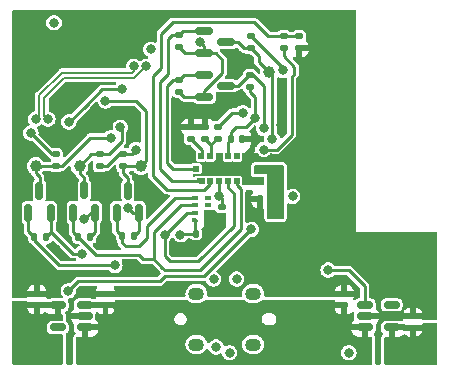
<source format=gbr>
%TF.GenerationSoftware,KiCad,Pcbnew,7.0.7*%
%TF.CreationDate,2023-11-09T15:37:00-05:00*%
%TF.ProjectId,Occupancy_Sensor-A,4f636375-7061-46e6-9379-5f53656e736f,rev?*%
%TF.SameCoordinates,Original*%
%TF.FileFunction,Copper,L4,Bot*%
%TF.FilePolarity,Positive*%
%FSLAX46Y46*%
G04 Gerber Fmt 4.6, Leading zero omitted, Abs format (unit mm)*
G04 Created by KiCad (PCBNEW 7.0.7) date 2023-11-09 15:37:00*
%MOMM*%
%LPD*%
G01*
G04 APERTURE LIST*
G04 Aperture macros list*
%AMRoundRect*
0 Rectangle with rounded corners*
0 $1 Rounding radius*
0 $2 $3 $4 $5 $6 $7 $8 $9 X,Y pos of 4 corners*
0 Add a 4 corners polygon primitive as box body*
4,1,4,$2,$3,$4,$5,$6,$7,$8,$9,$2,$3,0*
0 Add four circle primitives for the rounded corners*
1,1,$1+$1,$2,$3*
1,1,$1+$1,$4,$5*
1,1,$1+$1,$6,$7*
1,1,$1+$1,$8,$9*
0 Add four rect primitives between the rounded corners*
20,1,$1+$1,$2,$3,$4,$5,0*
20,1,$1+$1,$4,$5,$6,$7,0*
20,1,$1+$1,$6,$7,$8,$9,0*
20,1,$1+$1,$8,$9,$2,$3,0*%
%AMOutline5P*
0 Free polygon, 5 corners , with rotation*
0 The origin of the aperture is its center*
0 number of corners: always 5*
0 $1 to $10 corner X, Y*
0 $11 Rotation angle, in degrees counterclockwise*
0 create outline with 5 corners*
4,1,5,$1,$2,$3,$4,$5,$6,$7,$8,$9,$10,$1,$2,$11*%
%AMOutline6P*
0 Free polygon, 6 corners , with rotation*
0 The origin of the aperture is its center*
0 number of corners: always 6*
0 $1 to $12 corner X, Y*
0 $13 Rotation angle, in degrees counterclockwise*
0 create outline with 6 corners*
4,1,6,$1,$2,$3,$4,$5,$6,$7,$8,$9,$10,$11,$12,$1,$2,$13*%
%AMOutline7P*
0 Free polygon, 7 corners , with rotation*
0 The origin of the aperture is its center*
0 number of corners: always 7*
0 $1 to $14 corner X, Y*
0 $15 Rotation angle, in degrees counterclockwise*
0 create outline with 7 corners*
4,1,7,$1,$2,$3,$4,$5,$6,$7,$8,$9,$10,$11,$12,$13,$14,$1,$2,$15*%
%AMOutline8P*
0 Free polygon, 8 corners , with rotation*
0 The origin of the aperture is its center*
0 number of corners: always 8*
0 $1 to $16 corner X, Y*
0 $17 Rotation angle, in degrees counterclockwise*
0 create outline with 8 corners*
4,1,8,$1,$2,$3,$4,$5,$6,$7,$8,$9,$10,$11,$12,$13,$14,$15,$16,$1,$2,$17*%
%AMFreePoly0*
4,1,9,0.200000,-0.057500,0.300000,-0.057500,0.300000,-0.257500,0.100000,-0.257500,-0.100000,-0.257500,-0.300000,-0.257500,-0.300000,0.257500,0.200000,0.257500,0.200000,-0.057500,0.200000,-0.057500,$1*%
G04 Aperture macros list end*
%TA.AperFunction,ComponentPad*%
%ADD10O,1.350000X1.100000*%
%TD*%
%TA.AperFunction,SMDPad,CuDef*%
%ADD11RoundRect,0.135000X0.185000X-0.135000X0.185000X0.135000X-0.185000X0.135000X-0.185000X-0.135000X0*%
%TD*%
%TA.AperFunction,SMDPad,CuDef*%
%ADD12RoundRect,0.140000X0.170000X-0.140000X0.170000X0.140000X-0.170000X0.140000X-0.170000X-0.140000X0*%
%TD*%
%TA.AperFunction,SMDPad,CuDef*%
%ADD13RoundRect,0.140000X-0.140000X-0.170000X0.140000X-0.170000X0.140000X0.170000X-0.140000X0.170000X0*%
%TD*%
%TA.AperFunction,SMDPad,CuDef*%
%ADD14RoundRect,0.135000X0.135000X0.185000X-0.135000X0.185000X-0.135000X-0.185000X0.135000X-0.185000X0*%
%TD*%
%TA.AperFunction,SMDPad,CuDef*%
%ADD15RoundRect,0.150000X0.150000X-0.587500X0.150000X0.587500X-0.150000X0.587500X-0.150000X-0.587500X0*%
%TD*%
%TA.AperFunction,SMDPad,CuDef*%
%ADD16RoundRect,0.150000X-0.512500X-0.150000X0.512500X-0.150000X0.512500X0.150000X-0.512500X0.150000X0*%
%TD*%
%TA.AperFunction,SMDPad,CuDef*%
%ADD17RoundRect,0.150000X-0.587500X-0.150000X0.587500X-0.150000X0.587500X0.150000X-0.587500X0.150000X0*%
%TD*%
%TA.AperFunction,SMDPad,CuDef*%
%ADD18RoundRect,0.135000X-0.185000X0.135000X-0.185000X-0.135000X0.185000X-0.135000X0.185000X0.135000X0*%
%TD*%
%TA.AperFunction,SMDPad,CuDef*%
%ADD19C,1.000000*%
%TD*%
%TA.AperFunction,SMDPad,CuDef*%
%ADD20RoundRect,0.140000X-0.170000X0.140000X-0.170000X-0.140000X0.170000X-0.140000X0.170000X0.140000X0*%
%TD*%
%TA.AperFunction,SMDPad,CuDef*%
%ADD21FreePoly0,180.000000*%
%TD*%
%TA.AperFunction,SMDPad,CuDef*%
%ADD22R,0.500000X0.515000*%
%TD*%
%TA.AperFunction,SMDPad,CuDef*%
%ADD23R,0.535000X0.500000*%
%TD*%
%TA.AperFunction,SMDPad,CuDef*%
%ADD24R,2.316000X1.200000*%
%TD*%
%TA.AperFunction,SMDPad,CuDef*%
%ADD25RoundRect,0.150000X0.512500X0.150000X-0.512500X0.150000X-0.512500X-0.150000X0.512500X-0.150000X0*%
%TD*%
%TA.AperFunction,SMDPad,CuDef*%
%ADD26Outline5P,-0.250000X0.175000X0.075000X0.175000X0.250000X0.000000X0.250000X-0.175000X-0.250000X-0.175000X0.000000*%
%TD*%
%TA.AperFunction,SMDPad,CuDef*%
%ADD27R,0.500000X0.350000*%
%TD*%
%TA.AperFunction,SMDPad,CuDef*%
%ADD28RoundRect,0.140000X0.140000X0.170000X-0.140000X0.170000X-0.140000X-0.170000X0.140000X-0.170000X0*%
%TD*%
%TA.AperFunction,ViaPad*%
%ADD29C,0.800000*%
%TD*%
%TA.AperFunction,Conductor*%
%ADD30C,0.250000*%
%TD*%
%TA.AperFunction,Conductor*%
%ADD31C,0.200000*%
%TD*%
G04 APERTURE END LIST*
D10*
%TO.P,J4,S1,SHIELD*%
%TO.N,unconnected-(J4-SHIELD-PadS1)*%
X145600000Y-124000000D03*
X145600000Y-128300000D03*
X150400000Y-124000000D03*
X150400000Y-128300000D03*
%TD*%
D11*
%TO.P,R3,1*%
%TO.N,Net-(U2-SPI_I2C_N)*%
X145120000Y-110910000D03*
%TO.P,R3,2*%
%TO.N,GND*%
X145120000Y-109890000D03*
%TD*%
D12*
%TO.P,C5,1*%
%TO.N,+3.3V*%
X132100000Y-124980000D03*
%TO.P,C5,2*%
%TO.N,GND*%
X132100000Y-124020000D03*
%TD*%
D13*
%TO.P,C1,1*%
%TO.N,+3.3V*%
X148520000Y-110915000D03*
%TO.P,C1,2*%
%TO.N,GND*%
X149480000Y-110915000D03*
%TD*%
%TO.P,C8,1*%
%TO.N,+1V8*%
X145540000Y-118915000D03*
%TO.P,C8,2*%
%TO.N,GND*%
X146500000Y-118915000D03*
%TD*%
D14*
%TO.P,R14,1*%
%TO.N,+1V8*%
X140310000Y-119100000D03*
%TO.P,R14,2*%
%TO.N,/INT_CLR_1V8*%
X139290000Y-119100000D03*
%TD*%
D15*
%TO.P,Q3,1,G*%
%TO.N,+1V8*%
X140750000Y-117137500D03*
%TO.P,Q3,2,S*%
%TO.N,/INT_CLR_1V8*%
X138850000Y-117137500D03*
%TO.P,Q3,3,D*%
%TO.N,INT_CLR_3V3*%
X139800000Y-115262500D03*
%TD*%
D11*
%TO.P,R5,1*%
%TO.N,/I2C_RST_1V8*%
X146320000Y-110910000D03*
%TO.P,R5,2*%
%TO.N,GND*%
X146320000Y-109890000D03*
%TD*%
D16*
%TO.P,U4,1,IN*%
%TO.N,VBUS*%
X159862500Y-126850000D03*
%TO.P,U4,2,GND*%
%TO.N,GND*%
X159862500Y-125900000D03*
%TO.P,U4,3,EN*%
%TO.N,1V8_EN*%
X159862500Y-124950000D03*
%TO.P,U4,4,NC*%
%TO.N,unconnected-(U4-NC-Pad4)*%
X162137500Y-124950000D03*
%TO.P,U4,5,OUT*%
%TO.N,+1V8*%
X162137500Y-126850000D03*
%TD*%
D12*
%TO.P,C6,1*%
%TO.N,VBUS*%
X158100000Y-124980000D03*
%TO.P,C6,2*%
%TO.N,GND*%
X158100000Y-124020000D03*
%TD*%
%TO.P,C7,1*%
%TO.N,+1V8*%
X163900000Y-126880000D03*
%TO.P,C7,2*%
%TO.N,GND*%
X163900000Y-125920000D03*
%TD*%
D17*
%TO.P,Q1,1,G*%
%TO.N,+1V8*%
X146262500Y-103650000D03*
%TO.P,Q1,2,S*%
%TO.N,/INT_TOF_1V8*%
X146262500Y-101750000D03*
%TO.P,Q1,3,D*%
%TO.N,INT_TOF_3V3*%
X148137500Y-102700000D03*
%TD*%
D18*
%TO.P,R12,1*%
%TO.N,/LPn_1V8*%
X154300000Y-102190000D03*
%TO.P,R12,2*%
%TO.N,GND*%
X154300000Y-103210000D03*
%TD*%
D15*
%TO.P,Q4,1,G*%
%TO.N,+1V8*%
X137050000Y-117125000D03*
%TO.P,Q4,2,S*%
%TO.N,SCL_1V8*%
X135150000Y-117125000D03*
%TO.P,Q4,3,D*%
%TO.N,SCL_3V3*%
X136100000Y-115250000D03*
%TD*%
D19*
%TO.P,TP3,1,1*%
%TO.N,SCL_3V3*%
X135700000Y-113200000D03*
%TD*%
D11*
%TO.P,R10,1*%
%TO.N,+3.3V*%
X150137500Y-106510000D03*
%TO.P,R10,2*%
%TO.N,SYNC_3V3*%
X150137500Y-105490000D03*
%TD*%
D14*
%TO.P,R16,1*%
%TO.N,+1V8*%
X136610000Y-119187500D03*
%TO.P,R16,2*%
%TO.N,SCL_1V8*%
X135590000Y-119187500D03*
%TD*%
D20*
%TO.P,C4,1*%
%TO.N,+1V8*%
X147750000Y-116635000D03*
%TO.P,C4,2*%
%TO.N,GND*%
X147750000Y-117595000D03*
%TD*%
D18*
%TO.P,R20,1*%
%TO.N,+3.3V*%
X133700000Y-112190000D03*
%TO.P,R20,2*%
%TO.N,SDA_3V3*%
X133700000Y-113210000D03*
%TD*%
D21*
%TO.P,U2,A1,INT*%
%TO.N,/INT_TOF_1V8*%
X145965000Y-114472500D03*
D22*
%TO.P,U2,A2,LPn*%
%TO.N,/LPn_1V8*%
X146765000Y-114472500D03*
%TO.P,U2,A3,IOVDD*%
%TO.N,+1V8*%
X147515000Y-114472500D03*
%TO.P,U2,A4,SDA/MOSI*%
%TO.N,SDA_1V8*%
X148265000Y-114472500D03*
%TO.P,U2,A5,SCL/MCLK*%
%TO.N,SCL_1V8*%
X149015000Y-114472500D03*
%TO.P,U2,A6,RSVD1*%
%TO.N,GND*%
X149765000Y-114472500D03*
%TO.P,U2,A7,RSVD2*%
X150515000Y-114472500D03*
D23*
%TO.P,U2,B1,SYNC*%
%TO.N,/SYNC_1V8*%
X145597500Y-113415000D03*
D24*
%TO.P,U2,B4,PAD*%
%TO.N,GND*%
X148265000Y-113415000D03*
D23*
%TO.P,U2,B7,CORE_1V8*%
%TO.N,+1V8*%
X150932500Y-113415000D03*
D22*
%TO.P,U2,C1,SPI_I2C_N*%
%TO.N,Net-(U2-SPI_I2C_N)*%
X146015000Y-112357500D03*
%TO.P,U2,C2,NCS*%
%TO.N,/I2C_RST_1V8*%
X146765000Y-112357500D03*
%TO.P,U2,C3,GND*%
%TO.N,GND*%
X147515000Y-112357500D03*
%TO.P,U2,C4,AVDD*%
%TO.N,+3.3V*%
X148265000Y-112357500D03*
%TO.P,U2,C5,MISO*%
%TO.N,unconnected-(U2-MISO-PadC5)*%
X149015000Y-112357500D03*
%TO.P,U2,C6,RSVD3*%
%TO.N,GND*%
X149765000Y-112357500D03*
%TO.P,U2,C7,GND*%
X150515000Y-112357500D03*
%TD*%
D18*
%TO.P,R4,1*%
%TO.N,I2C_RST*%
X147420000Y-109890000D03*
%TO.P,R4,2*%
%TO.N,/I2C_RST_1V8*%
X147420000Y-110910000D03*
%TD*%
D17*
%TO.P,Q2,1,G*%
%TO.N,+1V8*%
X146262500Y-107350000D03*
%TO.P,Q2,2,S*%
%TO.N,/SYNC_1V8*%
X146262500Y-105450000D03*
%TO.P,Q2,3,D*%
%TO.N,SYNC_3V3*%
X148137500Y-106400000D03*
%TD*%
D25*
%TO.P,U1,1,IN*%
%TO.N,VBUS*%
X136137500Y-124950000D03*
%TO.P,U1,2,GND*%
%TO.N,GND*%
X136137500Y-125900000D03*
%TO.P,U1,3,EN*%
%TO.N,VBUS*%
X136137500Y-126850000D03*
%TO.P,U1,4,NC*%
%TO.N,unconnected-(U1-NC-Pad4)*%
X133862500Y-126850000D03*
%TO.P,U1,5,OUT*%
%TO.N,+3.3V*%
X133862500Y-124950000D03*
%TD*%
D19*
%TO.P,TP5,1,1*%
%TO.N,INT_TOF_3V3*%
X151750000Y-105250000D03*
%TD*%
%TO.P,TP4,1,1*%
%TO.N,SDA_3V3*%
X132000000Y-113200000D03*
%TD*%
D26*
%TO.P,U5,1,VDD*%
%TO.N,+1V8*%
X145450000Y-117775000D03*
D27*
%TO.P,U5,2,SDA*%
%TO.N,SDA_1V8*%
X145450000Y-117135000D03*
%TO.P,U5,3,SCL*%
%TO.N,SCL_1V8*%
X145450000Y-116495000D03*
%TO.P,U5,4,INT*%
%TO.N,/INT_CLR_1V8*%
X145450000Y-115855000D03*
%TO.P,U5,5,N/C*%
%TO.N,unconnected-(U5-N{slash}C-Pad5)*%
X146550000Y-115855000D03*
%TO.P,U5,6,N/C*%
%TO.N,unconnected-(U5-N{slash}C-Pad6)*%
X146550000Y-116495000D03*
%TO.P,U5,7,GND*%
%TO.N,GND*%
X146550000Y-117135000D03*
%TO.P,U5,8,GND*%
X146550000Y-117775000D03*
%TD*%
D28*
%TO.P,C2,1*%
%TO.N,+1V8*%
X151980000Y-116000000D03*
%TO.P,C2,2*%
%TO.N,GND*%
X151020000Y-116000000D03*
%TD*%
D12*
%TO.P,C3,1*%
%TO.N,VBUS*%
X137900000Y-124980000D03*
%TO.P,C3,2*%
%TO.N,GND*%
X137900000Y-124020000D03*
%TD*%
D18*
%TO.P,R17,1*%
%TO.N,+3.3V*%
X139400000Y-112190000D03*
%TO.P,R17,2*%
%TO.N,INT_CLR_3V3*%
X139400000Y-113210000D03*
%TD*%
D19*
%TO.P,TP7,1,1*%
%TO.N,INT_CLR_3V3*%
X140900000Y-113200000D03*
%TD*%
D11*
%TO.P,R6,1*%
%TO.N,+1V8*%
X144100000Y-103110000D03*
%TO.P,R6,2*%
%TO.N,/INT_TOF_1V8*%
X144100000Y-102090000D03*
%TD*%
D15*
%TO.P,Q7,1,G*%
%TO.N,+1V8*%
X133250000Y-117137500D03*
%TO.P,Q7,2,S*%
%TO.N,SDA_1V8*%
X131350000Y-117137500D03*
%TO.P,Q7,3,D*%
%TO.N,SDA_3V3*%
X132300000Y-115262500D03*
%TD*%
D14*
%TO.P,R19,1*%
%TO.N,+1V8*%
X132860000Y-119187500D03*
%TO.P,R19,2*%
%TO.N,SDA_1V8*%
X131840000Y-119187500D03*
%TD*%
D11*
%TO.P,R11,1*%
%TO.N,LPn_3V3*%
X153000000Y-103210000D03*
%TO.P,R11,2*%
%TO.N,/LPn_1V8*%
X153000000Y-102190000D03*
%TD*%
%TO.P,R7,1*%
%TO.N,+1V8*%
X144137500Y-106910000D03*
%TO.P,R7,2*%
%TO.N,/SYNC_1V8*%
X144137500Y-105890000D03*
%TD*%
D18*
%TO.P,R9,1*%
%TO.N,+3.3V*%
X150200000Y-102190000D03*
%TO.P,R9,2*%
%TO.N,INT_TOF_3V3*%
X150200000Y-103210000D03*
%TD*%
D11*
%TO.P,R18,1*%
%TO.N,+3.3V*%
X137400000Y-113210000D03*
%TO.P,R18,2*%
%TO.N,SCL_3V3*%
X137400000Y-112190000D03*
%TD*%
D29*
%TO.N,GND*%
X165000000Y-119400000D03*
X161800000Y-119400000D03*
X150600000Y-122200000D03*
%TO.N,VBUS*%
X139800000Y-125000000D03*
X138900000Y-125000000D03*
%TO.N,Net-(U3-D+_in)*%
X148400000Y-129000000D03*
%TO.N,Net-(U3-D-_in)*%
X149000000Y-122750000D03*
%TO.N,Net-(U3-D+_in)*%
X147049598Y-122775000D03*
%TO.N,Net-(U3-D-_in)*%
X147250000Y-128500000D03*
%TO.N,VBUS*%
X149900000Y-126900000D03*
X149900000Y-125400000D03*
%TO.N,GND*%
X153000000Y-112300000D03*
X154900000Y-104300000D03*
X156700000Y-101500000D03*
X158700000Y-111400000D03*
X133700000Y-120200000D03*
X134250000Y-116300000D03*
X153400000Y-119000000D03*
X134800000Y-107900000D03*
X144500000Y-120250000D03*
X131550000Y-111800000D03*
X155750000Y-119500000D03*
X141000000Y-115600000D03*
X152700000Y-101000000D03*
X133800000Y-110850000D03*
X159200000Y-119400000D03*
X155700000Y-114900000D03*
X158700000Y-109400000D03*
X138700000Y-103800000D03*
X165000000Y-121100000D03*
X159200000Y-121100000D03*
X133600000Y-104200000D03*
X154800000Y-108600000D03*
X143750000Y-123750000D03*
X150250000Y-117000000D03*
X137950000Y-117900000D03*
X158700000Y-107400000D03*
X153800000Y-113700000D03*
X133600000Y-102900000D03*
X158700000Y-101500000D03*
X155700000Y-111800000D03*
X141600000Y-122000000D03*
X144000000Y-108500000D03*
X154000000Y-122750000D03*
X156600000Y-109400000D03*
X155750000Y-117750000D03*
X158700000Y-105400000D03*
X156400000Y-105400000D03*
X158700000Y-113400000D03*
X152750000Y-109750000D03*
X158700000Y-115400000D03*
X157500000Y-123000000D03*
X165000000Y-124100000D03*
X145000000Y-108500000D03*
X146000000Y-108500000D03*
X132300000Y-122000000D03*
X161750000Y-125900000D03*
X149200000Y-104000000D03*
%TO.N,+1V8*%
X165250000Y-128300000D03*
X147500000Y-115750000D03*
X164150000Y-129200000D03*
X152250000Y-117000000D03*
X162150000Y-129200000D03*
X145900000Y-102649500D03*
X165250000Y-127300000D03*
X163150000Y-129200000D03*
X139800000Y-116700000D03*
X136100000Y-117700000D03*
X144250000Y-119000000D03*
X135900000Y-120600000D03*
%TO.N,+3.3V*%
X131800000Y-129200000D03*
X153750000Y-115750000D03*
X140500000Y-111800000D03*
X133800000Y-129200000D03*
X133540000Y-101060000D03*
X130700000Y-125300000D03*
X130700000Y-128300000D03*
X130700000Y-126300000D03*
X141750000Y-103300000D03*
X158500000Y-129000000D03*
X132800000Y-129200000D03*
X130700000Y-127300000D03*
X152900000Y-105100000D03*
X131575499Y-110400000D03*
X150600000Y-109100000D03*
%TO.N,VBUS*%
X146100000Y-126900000D03*
X146100000Y-125400000D03*
%TO.N,NRST*%
X150250000Y-118550000D03*
X134750000Y-123750000D03*
%TO.N,USB_N*%
X133025000Y-109212170D03*
X141325000Y-104750000D03*
%TO.N,USB_P*%
X140275000Y-104750000D03*
X131975000Y-109212170D03*
%TO.N,INT_CLR_3V3*%
X137900000Y-107700000D03*
%TO.N,SCL_3V3*%
X139150000Y-109900000D03*
%TO.N,SDA_3V3*%
X138350000Y-110800000D03*
%TO.N,I2C_RST*%
X149523910Y-108685575D03*
%TO.N,INT_TOF_3V3*%
X152000000Y-110900000D03*
%TO.N,SYNC_3V3*%
X151300000Y-110000000D03*
%TO.N,Net-(JP2-B)*%
X139300000Y-106700000D03*
X134800000Y-109450000D03*
%TO.N,SDA_1V8*%
X138700000Y-121600000D03*
X142900000Y-119000000D03*
%TO.N,LPn_3V3*%
X151300000Y-111800000D03*
%TO.N,1V8_EN*%
X156750000Y-122000000D03*
%TD*%
D30*
%TO.N,GND*%
X136137500Y-125900000D02*
X135600000Y-125900000D01*
%TO.N,+1V8*%
X133300000Y-117125000D02*
X133300000Y-118747500D01*
X136675000Y-117125000D02*
X136100000Y-117700000D01*
X147800000Y-105328249D02*
X147800000Y-104200000D01*
X137050000Y-117125000D02*
X137050000Y-118747500D01*
X140750000Y-118660000D02*
X140310000Y-119100000D01*
X146262500Y-103650000D02*
X146262500Y-103012000D01*
X146262500Y-103650000D02*
X144640000Y-103650000D01*
X137050000Y-118747500D02*
X136610000Y-119187500D01*
X144640000Y-103650000D02*
X144100000Y-103110000D01*
X135152500Y-120600000D02*
X135900000Y-120600000D01*
X145450000Y-117775000D02*
X145450000Y-118825000D01*
X137050000Y-117125000D02*
X136675000Y-117125000D01*
X147800000Y-104200000D02*
X147250000Y-103650000D01*
X147515000Y-114472500D02*
X147515000Y-115713787D01*
X145540000Y-118915000D02*
X144485000Y-118915000D01*
X133300000Y-118747500D02*
X132860000Y-119187500D01*
X146262500Y-107350000D02*
X144577500Y-107350000D01*
X146262500Y-103012000D02*
X145900000Y-102649500D01*
X147750000Y-115865000D02*
X147750000Y-116635000D01*
X140237500Y-117137500D02*
X139800000Y-116700000D01*
X146262500Y-107350000D02*
X146262500Y-106865749D01*
X147500000Y-115615000D02*
X147750000Y-115865000D01*
X146262500Y-106865749D02*
X147800000Y-105328249D01*
X140750000Y-117137500D02*
X140237500Y-117137500D01*
X147250000Y-103650000D02*
X146262500Y-103650000D01*
X145450000Y-118825000D02*
X145540000Y-118915000D01*
X133300000Y-118747500D02*
X135152500Y-120600000D01*
X144577500Y-107350000D02*
X144137500Y-106910000D01*
X140750000Y-117137500D02*
X140750000Y-118660000D01*
X147500004Y-115750004D02*
G75*
G03*
X147515000Y-115713787I-36204J36204D01*
G01*
%TO.N,+3.3V*%
X148520000Y-110915000D02*
X148520000Y-110300000D01*
X131575499Y-110400000D02*
X133365499Y-112190000D01*
X150200000Y-102190000D02*
X152900000Y-104890000D01*
X150600000Y-107372500D02*
X150137500Y-106910000D01*
X152900000Y-104890000D02*
X152900000Y-105100000D01*
X150137500Y-106910000D02*
X150137500Y-106510000D01*
X133365499Y-112190000D02*
X133700000Y-112190000D01*
X148520000Y-110915000D02*
X148300000Y-111135000D01*
X139400000Y-112190000D02*
X140110000Y-112190000D01*
X149800000Y-109900000D02*
X150600000Y-109100000D01*
X140500000Y-111800000D02*
X140500000Y-111990000D01*
X148300000Y-111135000D02*
X148300000Y-112357500D01*
X148520000Y-110300000D02*
X148920000Y-109900000D01*
X137990000Y-113210000D02*
X137400000Y-113210000D01*
X140110000Y-112190000D02*
X140500000Y-111800000D01*
X148920000Y-109900000D02*
X149800000Y-109900000D01*
X139400000Y-112190000D02*
X139010000Y-112190000D01*
X139010000Y-112190000D02*
X137990000Y-113210000D01*
X150600000Y-109100000D02*
X150600000Y-107372500D01*
%TO.N,NRST*%
X135550000Y-122950000D02*
X134750000Y-123750000D01*
X150250000Y-118550000D02*
X146275000Y-122525000D01*
X142500000Y-122950000D02*
X135550000Y-122950000D01*
X142925000Y-122525000D02*
X142500000Y-122950000D01*
X146275000Y-122525000D02*
X142925000Y-122525000D01*
%TO.N,/INT_CLR_1V8*%
X139290000Y-119100000D02*
X139290000Y-119490000D01*
X141400000Y-118250000D02*
X141400000Y-119300000D01*
X145450000Y-115855000D02*
X143795000Y-115855000D01*
X143795000Y-115855000D02*
X141400000Y-118250000D01*
X139600000Y-120000000D02*
X139290000Y-119690000D01*
X141400000Y-119300000D02*
X140700000Y-120000000D01*
X138850000Y-118660000D02*
X139290000Y-119100000D01*
X138850000Y-117137500D02*
X138850000Y-118660000D01*
X139290000Y-119690000D02*
X139290000Y-119100000D01*
X140700000Y-120000000D02*
X139600000Y-120000000D01*
D31*
%TO.N,USB_N*%
X140350000Y-105725000D02*
X134393200Y-105725000D01*
X134393200Y-105725000D02*
X132725001Y-107393199D01*
X132725001Y-108912171D02*
X133025000Y-109212170D01*
X132725001Y-107393199D02*
X132725001Y-108912171D01*
X141325000Y-104750000D02*
X140350000Y-105725000D01*
%TO.N,USB_P*%
X132274999Y-107206801D02*
X132274999Y-108912171D01*
X134206800Y-105275000D02*
X132274999Y-107206801D01*
X132274999Y-108912171D02*
X131975000Y-109212170D01*
X140275000Y-104750000D02*
X140275000Y-105163603D01*
X140275000Y-105163603D02*
X140163603Y-105275000D01*
X140163603Y-105275000D02*
X134206800Y-105275000D01*
D30*
%TO.N,INT_CLR_3V3*%
X139277500Y-113187500D02*
X139290000Y-113200000D01*
X139400000Y-113210000D02*
X140890000Y-113210000D01*
X140500000Y-107700000D02*
X141300000Y-108500000D01*
X139400000Y-113200000D02*
X139400000Y-113800000D01*
X141300000Y-112800000D02*
X141300000Y-108500000D01*
X137900000Y-107700000D02*
X140500000Y-107700000D01*
X139800000Y-114200000D02*
X139800000Y-115262500D01*
X140900000Y-113200000D02*
X141300000Y-112800000D01*
X139400000Y-113800000D02*
X139800000Y-114200000D01*
X140890000Y-113210000D02*
X140900000Y-113200000D01*
%TO.N,SCL_3V3*%
X135700000Y-113800000D02*
X136100000Y-114200000D01*
X137400000Y-112190000D02*
X136710000Y-112190000D01*
X136100000Y-114200000D02*
X136100000Y-115250000D01*
X136710000Y-112190000D02*
X135700000Y-113200000D01*
X135700000Y-113200000D02*
X135700000Y-113800000D01*
X139300000Y-110050000D02*
X139300000Y-111100000D01*
X139300000Y-111100000D02*
X138210000Y-112190000D01*
X138210000Y-112190000D02*
X137400000Y-112190000D01*
X139150000Y-109900000D02*
X139300000Y-110050000D01*
%TO.N,SDA_3V3*%
X132000000Y-113800000D02*
X132350000Y-114150000D01*
X132350000Y-114150000D02*
X132350000Y-115250000D01*
X132000000Y-113200000D02*
X132000000Y-113800000D01*
X132350000Y-113250000D02*
X132400000Y-113200000D01*
X132410000Y-113210000D02*
X134190000Y-113210000D01*
X136600000Y-110800000D02*
X138350000Y-110800000D01*
X132400000Y-113200000D02*
X132410000Y-113210000D01*
X134190000Y-113210000D02*
X136600000Y-110800000D01*
%TO.N,SCL_1V8*%
X149375000Y-118520000D02*
X145895000Y-122000000D01*
X149015000Y-114765000D02*
X149375000Y-115125000D01*
X149375000Y-115125000D02*
X149375000Y-118520000D01*
X142000000Y-121100000D02*
X141100000Y-121100000D01*
X141100000Y-121100000D02*
X140700000Y-120700000D01*
X145895000Y-122000000D02*
X142900000Y-122000000D01*
X140700000Y-120700000D02*
X137102500Y-120700000D01*
X149015000Y-114472500D02*
X149015000Y-114765000D01*
X142000000Y-121100000D02*
X142700000Y-121800000D01*
X142000000Y-119000000D02*
X142000000Y-118750000D01*
X142000000Y-119000000D02*
X142000000Y-121100000D01*
X144255000Y-116495000D02*
X142000000Y-118750000D01*
X135150000Y-118747500D02*
X135590000Y-119187500D01*
X135150000Y-117125000D02*
X135150000Y-118747500D01*
X137102500Y-120700000D02*
X135590000Y-119187500D01*
X142900000Y-122000000D02*
X142700000Y-121800000D01*
X145450000Y-116495000D02*
X144255000Y-116495000D01*
%TO.N,I2C_RST*%
X147420000Y-109890000D02*
X148624425Y-108685575D01*
X148624425Y-108685575D02*
X149523910Y-108685575D01*
%TO.N,/SYNC_1V8*%
X146262500Y-105450000D02*
X144577500Y-105450000D01*
X144577500Y-105450000D02*
X144137500Y-105890000D01*
X143600000Y-105900000D02*
X143100000Y-106400000D01*
X143100000Y-112900000D02*
X143615000Y-113415000D01*
X144137500Y-105890000D02*
X144127500Y-105900000D01*
X144127500Y-105900000D02*
X143600000Y-105900000D01*
X143615000Y-113415000D02*
X145597500Y-113415000D01*
X143100000Y-106400000D02*
X143100000Y-112900000D01*
%TO.N,/INT_TOF_1V8*%
X145965000Y-114472500D02*
X143572500Y-114472500D01*
X142500000Y-113400000D02*
X142500000Y-106100000D01*
X144440000Y-101750000D02*
X144100000Y-102090000D01*
X143510000Y-102090000D02*
X144100000Y-102090000D01*
X146262500Y-101750000D02*
X144440000Y-101750000D01*
X143200000Y-105400000D02*
X143200000Y-102400000D01*
X142500000Y-106100000D02*
X143200000Y-105400000D01*
X143572500Y-114472500D02*
X142500000Y-113400000D01*
X143200000Y-102400000D02*
X143510000Y-102090000D01*
%TO.N,INT_TOF_3V3*%
X152025000Y-105525000D02*
X151750000Y-105250000D01*
X149100000Y-102700000D02*
X149610000Y-103210000D01*
X152025000Y-110875000D02*
X152025000Y-105525000D01*
X150870000Y-104370000D02*
X150870000Y-103880000D01*
X151750000Y-105250000D02*
X150870000Y-104370000D01*
X152000000Y-110900000D02*
X152025000Y-110875000D01*
X148137500Y-102700000D02*
X149100000Y-102700000D01*
X149610000Y-103210000D02*
X150200000Y-103210000D01*
X150200000Y-103210000D02*
X150870000Y-103880000D01*
%TO.N,Net-(U2-SPI_I2C_N)*%
X146050000Y-111840000D02*
X145120000Y-110910000D01*
X146050000Y-112357500D02*
X146050000Y-111840000D01*
%TO.N,/LPn_1V8*%
X141900000Y-114000000D02*
X141900000Y-105600000D01*
X150500000Y-101000000D02*
X151690000Y-102190000D01*
X141900000Y-105600000D02*
X142600000Y-104900000D01*
X145545000Y-115215000D02*
X146239620Y-115215000D01*
X142600000Y-102000000D02*
X143600000Y-101000000D01*
X142600000Y-104900000D02*
X142600000Y-102000000D01*
X146765000Y-114689620D02*
X146765000Y-114472500D01*
X151690000Y-102190000D02*
X154300000Y-102190000D01*
X146239620Y-115215000D02*
X146765000Y-114689620D01*
X143115000Y-115215000D02*
X141900000Y-114000000D01*
X143600000Y-101000000D02*
X150500000Y-101000000D01*
X145545000Y-115215000D02*
X143115000Y-115215000D01*
%TO.N,/I2C_RST_1V8*%
X146800000Y-111390000D02*
X146320000Y-110910000D01*
X146800000Y-112357500D02*
X146800000Y-111390000D01*
X147280000Y-110910000D02*
X146800000Y-111390000D01*
X147420000Y-110910000D02*
X147280000Y-110910000D01*
%TO.N,SYNC_3V3*%
X151325000Y-109975000D02*
X151325000Y-106425000D01*
X150137500Y-105490000D02*
X150390000Y-105490000D01*
X150010000Y-105490000D02*
X150137500Y-105490000D01*
X150390000Y-105490000D02*
X151325000Y-106425000D01*
X150010000Y-105490000D02*
X149100000Y-106400000D01*
X149100000Y-106400000D02*
X148137500Y-106400000D01*
X151300000Y-110000000D02*
X151325000Y-109975000D01*
%TO.N,Net-(JP2-B)*%
X137600000Y-106700000D02*
X139300000Y-106700000D01*
X134850000Y-109450000D02*
X136225000Y-108075000D01*
X134800000Y-109450000D02*
X134850000Y-109450000D01*
X136225000Y-108075000D02*
X137600000Y-106700000D01*
%TO.N,SDA_1V8*%
X148265000Y-114472500D02*
X148265000Y-115015000D01*
X134000000Y-121600000D02*
X133650000Y-121250000D01*
X131840000Y-119187500D02*
X131840000Y-119440000D01*
X148750000Y-118245000D02*
X145745000Y-121250000D01*
X143350000Y-121250000D02*
X142900000Y-120800000D01*
X142900000Y-119000000D02*
X144765000Y-117135000D01*
X148265000Y-115015000D02*
X148750000Y-115500000D01*
X148750000Y-115500000D02*
X148750000Y-118245000D01*
X145745000Y-121250000D02*
X143350000Y-121250000D01*
X131355000Y-117170000D02*
X131355000Y-118702500D01*
X131400000Y-117125000D02*
X131355000Y-117170000D01*
X144765000Y-117135000D02*
X145450000Y-117135000D01*
X142900000Y-119000000D02*
X142900000Y-120800000D01*
X131840000Y-119440000D02*
X133650000Y-121250000D01*
X131355000Y-118702500D02*
X131840000Y-119187500D01*
X138700000Y-121600000D02*
X134000000Y-121600000D01*
%TO.N,LPn_3V3*%
X153650000Y-105650000D02*
X153900000Y-105400000D01*
X153000000Y-103900000D02*
X153000000Y-103210000D01*
X153900000Y-105400000D02*
X153900000Y-104800000D01*
X152400000Y-111800000D02*
X153650000Y-110550000D01*
X153900000Y-104800000D02*
X153000000Y-103900000D01*
X153650000Y-110550000D02*
X153650000Y-105650000D01*
X151300000Y-111800000D02*
X152400000Y-111800000D01*
%TO.N,1V8_EN*%
X158500000Y-122000000D02*
X159862500Y-123362500D01*
X156750000Y-122000000D02*
X158500000Y-122000000D01*
X159862500Y-123362500D02*
X159862500Y-124950000D01*
%TD*%
%TA.AperFunction,Conductor*%
%TO.N,+1V8*%
G36*
X165942539Y-126519685D02*
G01*
X165988294Y-126572489D01*
X165999500Y-126624000D01*
X165999500Y-129875500D01*
X165979815Y-129942539D01*
X165927011Y-129988294D01*
X165875500Y-129999500D01*
X161624000Y-129999500D01*
X161556961Y-129979815D01*
X161511206Y-129927011D01*
X161500000Y-129875500D01*
X161500000Y-127774000D01*
X161519685Y-127706961D01*
X161572489Y-127661206D01*
X161624000Y-127650000D01*
X161887500Y-127650000D01*
X161887500Y-127100000D01*
X162387500Y-127100000D01*
X162387500Y-127650000D01*
X162715644Y-127650000D01*
X162752489Y-127647100D01*
X162752495Y-127647099D01*
X162910193Y-127601283D01*
X162910196Y-127601282D01*
X163051552Y-127517685D01*
X163051556Y-127517682D01*
X163099387Y-127469850D01*
X163160710Y-127436364D01*
X163230401Y-127441347D01*
X163274751Y-127469849D01*
X163334616Y-127529714D01*
X163334625Y-127529721D01*
X163473804Y-127612031D01*
X163629089Y-127657145D01*
X163650000Y-127658789D01*
X163650000Y-127130000D01*
X164150000Y-127130000D01*
X164150000Y-127658789D01*
X164170910Y-127657145D01*
X164326195Y-127612031D01*
X164465374Y-127529721D01*
X164465383Y-127529714D01*
X164579714Y-127415383D01*
X164579721Y-127415374D01*
X164662031Y-127276195D01*
X164704504Y-127130000D01*
X164150000Y-127130000D01*
X163650000Y-127130000D01*
X163131362Y-127130000D01*
X163064323Y-127110315D01*
X163051523Y-127100000D01*
X162387500Y-127100000D01*
X161887500Y-127100000D01*
X161887500Y-126724000D01*
X161907185Y-126656961D01*
X161959989Y-126611206D01*
X162011500Y-126600000D01*
X163258638Y-126600000D01*
X163325677Y-126619685D01*
X163338477Y-126630000D01*
X164704505Y-126630000D01*
X164712926Y-126618783D01*
X164713013Y-126588723D01*
X164750956Y-126530054D01*
X164814595Y-126501212D01*
X164831889Y-126500000D01*
X165875500Y-126500000D01*
X165942539Y-126519685D01*
G37*
%TD.AperFunction*%
%TD*%
%TA.AperFunction,Conductor*%
%TO.N,+1V8*%
G36*
X152943039Y-113119685D02*
G01*
X152988794Y-113172489D01*
X153000000Y-113224000D01*
X153000000Y-117576000D01*
X152980315Y-117643039D01*
X152927511Y-117688794D01*
X152876000Y-117700000D01*
X151724000Y-117700000D01*
X151656961Y-117680315D01*
X151611206Y-117627511D01*
X151600000Y-117576000D01*
X151600000Y-113900000D01*
X150574000Y-113900000D01*
X150506961Y-113880315D01*
X150461206Y-113827511D01*
X150450000Y-113776000D01*
X150450000Y-113224000D01*
X150469685Y-113156961D01*
X150522489Y-113111206D01*
X150574000Y-113100000D01*
X152876000Y-113100000D01*
X152943039Y-113119685D01*
G37*
%TD.AperFunction*%
%TD*%
%TA.AperFunction,Conductor*%
%TO.N,+3.3V*%
G36*
X131235150Y-124619685D02*
G01*
X131280905Y-124672489D01*
X131287677Y-124719587D01*
X131295495Y-124730000D01*
X132665253Y-124730000D01*
X132715004Y-124702834D01*
X132741362Y-124700000D01*
X133988500Y-124700000D01*
X134055539Y-124719685D01*
X134101294Y-124772489D01*
X134112500Y-124824000D01*
X134112500Y-125750000D01*
X134176000Y-125750000D01*
X134243039Y-125769685D01*
X134288794Y-125822489D01*
X134300000Y-125874000D01*
X134300000Y-126175500D01*
X134280315Y-126242539D01*
X134227511Y-126288294D01*
X134176000Y-126299500D01*
X133318482Y-126299500D01*
X133237519Y-126312323D01*
X133224696Y-126314354D01*
X133111658Y-126371950D01*
X133111657Y-126371950D01*
X133111657Y-126371951D01*
X133111652Y-126371954D01*
X133021954Y-126461652D01*
X133021951Y-126461657D01*
X132964352Y-126574698D01*
X132949500Y-126668475D01*
X132949500Y-127031517D01*
X132960292Y-127099657D01*
X132964354Y-127125304D01*
X133021950Y-127238342D01*
X133021952Y-127238344D01*
X133021954Y-127238347D01*
X133111652Y-127328045D01*
X133111654Y-127328046D01*
X133111658Y-127328050D01*
X133224696Y-127385646D01*
X133224698Y-127385647D01*
X133318475Y-127400499D01*
X133318481Y-127400500D01*
X134176000Y-127400499D01*
X134243039Y-127420183D01*
X134288794Y-127472987D01*
X134300000Y-127524499D01*
X134300000Y-129875500D01*
X134280315Y-129942539D01*
X134227511Y-129988294D01*
X134176000Y-129999500D01*
X130124500Y-129999500D01*
X130057461Y-129979815D01*
X130011706Y-129927011D01*
X130000500Y-129875500D01*
X130000500Y-125230000D01*
X131295496Y-125230000D01*
X131337968Y-125376195D01*
X131420278Y-125515374D01*
X131420285Y-125515383D01*
X131534616Y-125629714D01*
X131534625Y-125629721D01*
X131673804Y-125712031D01*
X131829089Y-125757145D01*
X131850000Y-125758789D01*
X132350000Y-125758789D01*
X132370910Y-125757145D01*
X132526195Y-125712031D01*
X132665374Y-125629721D01*
X132665383Y-125629714D01*
X132725248Y-125569850D01*
X132786571Y-125536365D01*
X132856263Y-125541349D01*
X132900610Y-125569850D01*
X132948438Y-125617678D01*
X132948447Y-125617685D01*
X133089803Y-125701282D01*
X133089806Y-125701283D01*
X133247504Y-125747099D01*
X133247510Y-125747100D01*
X133284356Y-125750000D01*
X133612499Y-125750000D01*
X133612500Y-125200000D01*
X132944747Y-125200000D01*
X132894996Y-125227166D01*
X132868638Y-125230000D01*
X132350000Y-125230000D01*
X132350000Y-125758789D01*
X131850000Y-125758789D01*
X131850000Y-125230000D01*
X131295496Y-125230000D01*
X130000500Y-125230000D01*
X130000500Y-124724000D01*
X130020185Y-124656961D01*
X130072989Y-124611206D01*
X130124500Y-124600000D01*
X131168111Y-124600000D01*
X131235150Y-124619685D01*
G37*
%TD.AperFunction*%
%TD*%
%TA.AperFunction,Conductor*%
%TO.N,GND*%
G36*
X159093039Y-100020185D02*
G01*
X159138794Y-100072989D01*
X159150000Y-100124500D01*
X159150000Y-118750000D01*
X165875500Y-118750000D01*
X165942539Y-118769685D01*
X165988294Y-118822489D01*
X165999500Y-118874000D01*
X165999500Y-126120500D01*
X165979815Y-126187539D01*
X165927011Y-126233294D01*
X165875500Y-126244500D01*
X164827414Y-126244500D01*
X164826806Y-126244521D01*
X164759120Y-126227191D01*
X164723312Y-126195049D01*
X164704505Y-126170000D01*
X163095495Y-126170000D01*
X163100116Y-126185905D01*
X163099917Y-126255775D01*
X163061975Y-126314445D01*
X162998336Y-126343288D01*
X162981040Y-126344500D01*
X162864239Y-126344500D01*
X162807946Y-126330986D01*
X162775300Y-126314352D01*
X162681524Y-126299500D01*
X161593482Y-126299500D01*
X161512519Y-126312323D01*
X161499696Y-126314354D01*
X161386658Y-126371950D01*
X161386657Y-126371950D01*
X161386657Y-126371951D01*
X161386652Y-126371954D01*
X161296954Y-126461652D01*
X161296951Y-126461657D01*
X161239352Y-126574698D01*
X161224500Y-126668475D01*
X161224500Y-127031517D01*
X161235292Y-127099657D01*
X161239354Y-127125304D01*
X161296950Y-127238342D01*
X161296952Y-127238344D01*
X161296954Y-127238347D01*
X161376115Y-127317508D01*
X161409600Y-127378831D01*
X161404616Y-127448523D01*
X161369641Y-127498898D01*
X161352373Y-127513862D01*
X161352371Y-127513864D01*
X161320743Y-127546640D01*
X161274534Y-127634977D01*
X161274533Y-127634977D01*
X161254851Y-127702009D01*
X161254848Y-127702021D01*
X161244500Y-127773998D01*
X161244500Y-129875500D01*
X161224815Y-129942539D01*
X161172011Y-129988294D01*
X161120500Y-129999500D01*
X160879500Y-129999500D01*
X160812461Y-129979815D01*
X160766706Y-129927011D01*
X160755500Y-129875500D01*
X160755500Y-127774000D01*
X160749661Y-127719687D01*
X160745295Y-127699616D01*
X160738457Y-127668183D01*
X160738456Y-127668182D01*
X160738455Y-127668176D01*
X160731219Y-127641802D01*
X160727332Y-127634976D01*
X160681894Y-127555181D01*
X160681888Y-127555172D01*
X160636136Y-127502371D01*
X160636134Y-127502369D01*
X160626654Y-127493221D01*
X160592083Y-127432503D01*
X160595827Y-127362734D01*
X160625078Y-127316313D01*
X160703050Y-127238342D01*
X160760646Y-127125304D01*
X160760646Y-127125302D01*
X160760647Y-127125301D01*
X160775499Y-127031524D01*
X160775500Y-127031519D01*
X160775499Y-126668482D01*
X160771745Y-126644780D01*
X160780698Y-126575490D01*
X160806538Y-126537700D01*
X160892678Y-126451561D01*
X160892685Y-126451552D01*
X160976281Y-126310198D01*
X161022100Y-126152486D01*
X161022295Y-126150001D01*
X161022295Y-126150000D01*
X159736500Y-126150000D01*
X159669461Y-126130315D01*
X159623706Y-126077511D01*
X159612500Y-126026000D01*
X159612500Y-125774000D01*
X159632185Y-125706961D01*
X159674840Y-125670000D01*
X163095496Y-125670000D01*
X163650000Y-125670000D01*
X163650000Y-125141210D01*
X163649999Y-125141209D01*
X164150000Y-125141209D01*
X164150000Y-125670000D01*
X164704504Y-125670000D01*
X164662031Y-125523804D01*
X164579721Y-125384625D01*
X164579714Y-125384616D01*
X164465383Y-125270285D01*
X164465374Y-125270278D01*
X164326195Y-125187968D01*
X164326190Y-125187966D01*
X164170918Y-125142855D01*
X164170912Y-125142854D01*
X164150000Y-125141209D01*
X163649999Y-125141209D01*
X163629087Y-125142854D01*
X163629081Y-125142855D01*
X163473809Y-125187966D01*
X163473804Y-125187968D01*
X163334625Y-125270278D01*
X163334620Y-125270282D01*
X163231930Y-125372972D01*
X163170607Y-125406456D01*
X163137500Y-125404088D01*
X163155159Y-125451432D01*
X163140981Y-125516610D01*
X163141066Y-125516647D01*
X163140879Y-125517078D01*
X163140308Y-125519705D01*
X163138212Y-125523392D01*
X163137969Y-125523801D01*
X163137968Y-125523804D01*
X163095496Y-125670000D01*
X159674840Y-125670000D01*
X159684989Y-125661206D01*
X159736500Y-125650000D01*
X161022295Y-125650000D01*
X161022295Y-125649998D01*
X161022100Y-125647513D01*
X160976281Y-125489801D01*
X160892685Y-125348447D01*
X160892678Y-125348438D01*
X160806538Y-125262298D01*
X160773053Y-125200975D01*
X160771746Y-125155219D01*
X160775500Y-125131519D01*
X160775500Y-125131517D01*
X161224500Y-125131517D01*
X161228255Y-125155224D01*
X161239354Y-125225304D01*
X161296950Y-125338342D01*
X161296952Y-125338344D01*
X161296954Y-125338347D01*
X161386652Y-125428045D01*
X161386654Y-125428046D01*
X161386658Y-125428050D01*
X161499694Y-125485645D01*
X161499698Y-125485647D01*
X161593475Y-125500499D01*
X161593481Y-125500500D01*
X162681518Y-125500499D01*
X162775304Y-125485646D01*
X162888342Y-125428050D01*
X162943795Y-125372596D01*
X163005116Y-125339113D01*
X163038223Y-125341480D01*
X163020565Y-125294135D01*
X163032633Y-125234583D01*
X163032631Y-125234583D01*
X163032639Y-125234557D01*
X163033767Y-125228990D01*
X163035646Y-125225304D01*
X163039500Y-125200975D01*
X163045120Y-125165486D01*
X163050500Y-125131519D01*
X163050499Y-124768482D01*
X163035646Y-124674696D01*
X162978050Y-124561658D01*
X162978046Y-124561654D01*
X162978045Y-124561652D01*
X162888347Y-124471954D01*
X162888344Y-124471952D01*
X162888342Y-124471950D01*
X162807944Y-124430985D01*
X162775301Y-124414352D01*
X162681524Y-124399500D01*
X161593482Y-124399500D01*
X161512519Y-124412323D01*
X161499696Y-124414354D01*
X161386658Y-124471950D01*
X161386657Y-124471950D01*
X161386657Y-124471951D01*
X161386652Y-124471954D01*
X161296954Y-124561652D01*
X161296951Y-124561657D01*
X161239352Y-124674698D01*
X161224500Y-124768475D01*
X161224500Y-125131517D01*
X160775500Y-125131517D01*
X160775499Y-124768482D01*
X160760646Y-124674696D01*
X160703050Y-124561658D01*
X160703046Y-124561654D01*
X160703045Y-124561652D01*
X160613347Y-124471954D01*
X160613344Y-124471952D01*
X160613342Y-124471950D01*
X160532944Y-124430985D01*
X160500301Y-124414352D01*
X160406524Y-124399500D01*
X160406519Y-124399500D01*
X160362000Y-124399500D01*
X160294961Y-124379815D01*
X160249206Y-124327011D01*
X160238000Y-124275500D01*
X160238000Y-123414304D01*
X160240639Y-123388859D01*
X160241285Y-123385775D01*
X160242867Y-123378232D01*
X160240821Y-123361818D01*
X160238477Y-123343006D01*
X160238000Y-123335330D01*
X160238000Y-123331389D01*
X160237998Y-123331376D01*
X160237829Y-123330366D01*
X160234157Y-123308359D01*
X160227366Y-123253874D01*
X160227364Y-123253870D01*
X160225122Y-123246340D01*
X160222565Y-123238892D01*
X160222565Y-123238890D01*
X160196444Y-123190622D01*
X160172326Y-123141289D01*
X160172324Y-123141287D01*
X160172324Y-123141286D01*
X160167776Y-123134916D01*
X160162920Y-123128676D01*
X160162919Y-123128674D01*
X160122529Y-123091492D01*
X159465565Y-122434528D01*
X158802149Y-121771111D01*
X158786022Y-121751252D01*
X158780086Y-121742167D01*
X158780083Y-121742163D01*
X158752074Y-121720363D01*
X158746310Y-121715272D01*
X158743515Y-121712477D01*
X158724505Y-121698906D01*
X158681189Y-121665190D01*
X158674274Y-121661448D01*
X158667200Y-121657990D01*
X158614596Y-121642329D01*
X158562658Y-121624499D01*
X158554923Y-121623208D01*
X158547085Y-121622231D01*
X158492244Y-121624500D01*
X157346308Y-121624500D01*
X157279269Y-121604815D01*
X157244257Y-121570938D01*
X157240483Y-121565470D01*
X157122240Y-121460717D01*
X157122238Y-121460716D01*
X157122237Y-121460715D01*
X156982365Y-121387303D01*
X156828986Y-121349500D01*
X156828985Y-121349500D01*
X156671015Y-121349500D01*
X156671014Y-121349500D01*
X156517634Y-121387303D01*
X156377762Y-121460715D01*
X156361073Y-121475500D01*
X156275755Y-121551085D01*
X156259516Y-121565471D01*
X156169781Y-121695475D01*
X156169780Y-121695476D01*
X156113762Y-121843181D01*
X156094722Y-121999999D01*
X156094722Y-122000000D01*
X156113762Y-122156818D01*
X156152074Y-122257836D01*
X156169780Y-122304523D01*
X156259517Y-122434530D01*
X156377760Y-122539283D01*
X156377762Y-122539284D01*
X156517634Y-122612696D01*
X156671014Y-122650500D01*
X156671015Y-122650500D01*
X156828985Y-122650500D01*
X156982365Y-122612696D01*
X157056049Y-122574023D01*
X157122240Y-122539283D01*
X157240483Y-122434530D01*
X157244257Y-122429061D01*
X157298537Y-122385071D01*
X157346308Y-122375500D01*
X158293101Y-122375500D01*
X158360140Y-122395185D01*
X158380782Y-122411819D01*
X159450681Y-123481718D01*
X159484166Y-123543041D01*
X159487000Y-123569399D01*
X159487000Y-124275500D01*
X159467315Y-124342539D01*
X159414511Y-124388294D01*
X159363003Y-124399500D01*
X159318483Y-124399500D01*
X159239550Y-124412001D01*
X159224696Y-124414354D01*
X159111658Y-124471950D01*
X159111657Y-124471950D01*
X159111657Y-124471951D01*
X159111652Y-124471954D01*
X159078473Y-124505133D01*
X159017150Y-124538618D01*
X158947458Y-124533632D01*
X158891525Y-124491760D01*
X158867109Y-124426296D01*
X158871717Y-124382856D01*
X158904505Y-124270000D01*
X157367573Y-124270000D01*
X157332996Y-124265081D01*
X157270299Y-124246875D01*
X157270296Y-124246874D01*
X157198279Y-124236739D01*
X152365331Y-124251172D01*
X151441006Y-124250470D01*
X151373981Y-124230734D01*
X151328267Y-124177896D01*
X151317880Y-124112586D01*
X151330565Y-124000002D01*
X151330565Y-123999996D01*
X151310369Y-123820750D01*
X151310368Y-123820745D01*
X151310367Y-123820744D01*
X151292611Y-123770000D01*
X157295496Y-123770000D01*
X157850000Y-123770000D01*
X157850000Y-123241210D01*
X157849999Y-123241209D01*
X158350000Y-123241209D01*
X158350000Y-123770000D01*
X158904504Y-123770000D01*
X158862031Y-123623804D01*
X158779721Y-123484625D01*
X158779714Y-123484616D01*
X158665383Y-123370285D01*
X158665374Y-123370278D01*
X158526195Y-123287968D01*
X158526190Y-123287966D01*
X158370918Y-123242855D01*
X158370912Y-123242854D01*
X158350000Y-123241209D01*
X157849999Y-123241209D01*
X157829087Y-123242854D01*
X157829081Y-123242855D01*
X157673809Y-123287966D01*
X157673804Y-123287968D01*
X157534625Y-123370278D01*
X157534616Y-123370285D01*
X157420285Y-123484616D01*
X157420278Y-123484625D01*
X157337968Y-123623804D01*
X157295496Y-123770000D01*
X151292611Y-123770000D01*
X151250789Y-123650478D01*
X151243709Y-123639211D01*
X151183282Y-123543041D01*
X151154816Y-123497738D01*
X151027262Y-123370184D01*
X151013948Y-123361818D01*
X150874523Y-123274211D01*
X150704254Y-123214631D01*
X150704249Y-123214630D01*
X150569960Y-123199500D01*
X150569954Y-123199500D01*
X150230046Y-123199500D01*
X150230039Y-123199500D01*
X150095750Y-123214630D01*
X150095745Y-123214631D01*
X149925476Y-123274211D01*
X149772737Y-123370184D01*
X149645184Y-123497737D01*
X149549211Y-123650476D01*
X149489631Y-123820745D01*
X149489630Y-123820750D01*
X149469435Y-123999996D01*
X149469435Y-124000004D01*
X149481942Y-124111012D01*
X149469887Y-124179834D01*
X149422538Y-124231213D01*
X149358628Y-124248895D01*
X146641415Y-124246838D01*
X146574391Y-124227103D01*
X146528676Y-124174264D01*
X146518289Y-124108954D01*
X146530565Y-124000002D01*
X146530565Y-123999996D01*
X146510369Y-123820750D01*
X146510368Y-123820745D01*
X146510367Y-123820744D01*
X146450789Y-123650478D01*
X146443709Y-123639211D01*
X146383282Y-123543041D01*
X146354816Y-123497738D01*
X146227262Y-123370184D01*
X146213948Y-123361818D01*
X146074523Y-123274211D01*
X145904254Y-123214631D01*
X145904249Y-123214630D01*
X145769960Y-123199500D01*
X145769954Y-123199500D01*
X145430046Y-123199500D01*
X145430039Y-123199500D01*
X145295750Y-123214630D01*
X145295745Y-123214631D01*
X145125476Y-123274211D01*
X144972737Y-123370184D01*
X144845184Y-123497737D01*
X144749211Y-123650476D01*
X144689631Y-123820745D01*
X144689630Y-123820750D01*
X144669435Y-123999996D01*
X144669435Y-124000003D01*
X144681533Y-124107379D01*
X144669478Y-124176201D01*
X144622129Y-124227580D01*
X144558219Y-124245262D01*
X143550097Y-124244500D01*
X138798367Y-124244500D01*
X138789434Y-124244813D01*
X138783025Y-124245262D01*
X138767678Y-124246337D01*
X138767677Y-124246337D01*
X138689098Y-124266214D01*
X138658691Y-124270000D01*
X137095495Y-124270000D01*
X137100116Y-124285905D01*
X137099917Y-124355775D01*
X137061975Y-124414445D01*
X136998336Y-124443288D01*
X136981040Y-124444500D01*
X136864239Y-124444500D01*
X136807946Y-124430986D01*
X136798741Y-124426296D01*
X136775304Y-124414354D01*
X136775303Y-124414353D01*
X136775300Y-124414352D01*
X136681524Y-124399500D01*
X135593482Y-124399500D01*
X135512519Y-124412323D01*
X135499696Y-124414354D01*
X135386658Y-124471950D01*
X135386657Y-124471950D01*
X135386657Y-124471951D01*
X135386652Y-124471954D01*
X135296954Y-124561652D01*
X135296951Y-124561657D01*
X135239352Y-124674698D01*
X135224500Y-124768475D01*
X135224500Y-125131522D01*
X135228254Y-125155224D01*
X135219296Y-125224517D01*
X135193462Y-125262298D01*
X135107318Y-125348442D01*
X135107314Y-125348447D01*
X135023718Y-125489801D01*
X134977899Y-125647513D01*
X134977704Y-125649998D01*
X134977705Y-125650000D01*
X136263500Y-125650000D01*
X136330539Y-125669685D01*
X136376294Y-125722489D01*
X136387500Y-125774000D01*
X136387500Y-126026000D01*
X136367815Y-126093039D01*
X136315011Y-126138794D01*
X136263500Y-126150000D01*
X134977705Y-126150000D01*
X134977704Y-126150001D01*
X134977899Y-126152486D01*
X135023718Y-126310198D01*
X135107314Y-126451552D01*
X135107321Y-126451561D01*
X135193460Y-126537700D01*
X135226945Y-126599023D01*
X135228253Y-126644773D01*
X135224500Y-126668475D01*
X135224500Y-127031517D01*
X135235292Y-127099657D01*
X135239354Y-127125304D01*
X135296950Y-127238342D01*
X135296952Y-127238344D01*
X135296954Y-127238347D01*
X135329830Y-127271223D01*
X135363315Y-127332546D01*
X135358331Y-127402238D01*
X135316459Y-127458171D01*
X135307910Y-127463775D01*
X135305172Y-127465712D01*
X135252371Y-127511465D01*
X135220743Y-127544241D01*
X135174534Y-127632578D01*
X135174533Y-127632578D01*
X135154851Y-127699610D01*
X135154848Y-127699622D01*
X135144500Y-127771599D01*
X135144500Y-129875500D01*
X135124815Y-129942539D01*
X135072011Y-129988294D01*
X135020500Y-129999500D01*
X134679500Y-129999500D01*
X134612461Y-129979815D01*
X134566706Y-129927011D01*
X134555500Y-129875500D01*
X134555500Y-127524499D01*
X134549661Y-127470187D01*
X134548506Y-127464878D01*
X134553487Y-127395190D01*
X134595355Y-127339254D01*
X134613305Y-127328077D01*
X134613336Y-127328054D01*
X134613337Y-127328052D01*
X134613342Y-127328050D01*
X134703050Y-127238342D01*
X134760646Y-127125304D01*
X134760646Y-127125302D01*
X134760647Y-127125301D01*
X134775499Y-127031524D01*
X134775500Y-127031519D01*
X134775499Y-126668482D01*
X134760646Y-126574696D01*
X134703050Y-126461658D01*
X134703046Y-126461654D01*
X134703045Y-126461652D01*
X134613347Y-126371954D01*
X134613339Y-126371948D01*
X134612200Y-126371368D01*
X134611066Y-126370297D01*
X134605450Y-126366217D01*
X134605977Y-126365490D01*
X134561406Y-126323393D01*
X134544612Y-126255571D01*
X134545758Y-126243252D01*
X134555500Y-126175500D01*
X134555500Y-125874000D01*
X134549661Y-125819687D01*
X134538455Y-125768176D01*
X134531219Y-125741802D01*
X134529389Y-125738588D01*
X134481898Y-125655187D01*
X134481890Y-125655176D01*
X134481888Y-125655172D01*
X134481884Y-125655168D01*
X134481417Y-125654508D01*
X134481274Y-125654092D01*
X134478874Y-125649877D01*
X134479672Y-125649422D01*
X134458752Y-125588417D01*
X134475417Y-125520563D01*
X134526117Y-125472493D01*
X134613342Y-125428050D01*
X134703050Y-125338342D01*
X134760646Y-125225304D01*
X134760646Y-125225302D01*
X134760647Y-125225301D01*
X134771282Y-125158147D01*
X134775500Y-125131519D01*
X134775499Y-124768482D01*
X134760646Y-124674696D01*
X134712799Y-124580792D01*
X134699904Y-124512126D01*
X134726180Y-124447385D01*
X134783287Y-124407128D01*
X134823285Y-124400500D01*
X134828985Y-124400500D01*
X134982365Y-124362696D01*
X135064162Y-124319765D01*
X135122240Y-124289283D01*
X135240483Y-124184530D01*
X135330220Y-124054523D01*
X135386237Y-123906818D01*
X135405278Y-123750000D01*
X135399102Y-123699144D01*
X135410561Y-123630225D01*
X135434513Y-123596522D01*
X135669219Y-123361818D01*
X135730544Y-123328334D01*
X135756901Y-123325500D01*
X137096990Y-123325500D01*
X137164029Y-123345185D01*
X137209784Y-123397989D01*
X137219728Y-123467147D01*
X137203722Y-123512621D01*
X137137968Y-123623804D01*
X137095496Y-123770000D01*
X138704504Y-123770000D01*
X138662031Y-123623804D01*
X138596278Y-123512621D01*
X138579095Y-123444897D01*
X138601255Y-123378634D01*
X138655721Y-123334871D01*
X138703010Y-123325500D01*
X142448196Y-123325500D01*
X142473641Y-123328139D01*
X142477440Y-123328935D01*
X142484268Y-123330367D01*
X142505225Y-123327754D01*
X142519492Y-123325977D01*
X142527168Y-123325500D01*
X142531112Y-123325500D01*
X142531114Y-123325500D01*
X142531116Y-123325499D01*
X142531122Y-123325499D01*
X142546487Y-123322934D01*
X142554140Y-123321657D01*
X142608626Y-123314866D01*
X142608627Y-123314865D01*
X142608629Y-123314865D01*
X142616141Y-123312628D01*
X142623606Y-123310066D01*
X142623606Y-123310065D01*
X142623610Y-123310065D01*
X142671877Y-123283944D01*
X142721211Y-123259826D01*
X142721213Y-123259823D01*
X142727598Y-123255265D01*
X142733819Y-123250422D01*
X142733826Y-123250419D01*
X142771007Y-123210030D01*
X143044218Y-122936819D01*
X143105542Y-122903334D01*
X143131900Y-122900500D01*
X146223196Y-122900500D01*
X146248641Y-122903139D01*
X146252440Y-122903935D01*
X146259268Y-122905367D01*
X146280225Y-122902754D01*
X146294492Y-122900977D01*
X146302168Y-122900500D01*
X146311244Y-122900500D01*
X146311244Y-122901733D01*
X146373931Y-122914623D01*
X146423897Y-122963461D01*
X146431692Y-122980154D01*
X146469379Y-123079525D01*
X146477640Y-123091493D01*
X146559115Y-123209530D01*
X146677358Y-123314283D01*
X146677360Y-123314284D01*
X146817232Y-123387696D01*
X146970612Y-123425500D01*
X146970613Y-123425500D01*
X147128583Y-123425500D01*
X147281963Y-123387696D01*
X147299995Y-123378232D01*
X147421838Y-123314283D01*
X147540081Y-123209530D01*
X147629818Y-123079523D01*
X147685835Y-122931818D01*
X147704876Y-122775000D01*
X147701841Y-122750000D01*
X148344722Y-122750000D01*
X148363762Y-122906818D01*
X148419780Y-123054523D01*
X148509517Y-123184530D01*
X148627760Y-123289283D01*
X148627762Y-123289284D01*
X148767634Y-123362696D01*
X148921014Y-123400500D01*
X148921015Y-123400500D01*
X149078985Y-123400500D01*
X149232365Y-123362696D01*
X149265729Y-123345185D01*
X149372240Y-123289283D01*
X149490483Y-123184530D01*
X149580220Y-123054523D01*
X149636237Y-122906818D01*
X149655278Y-122750000D01*
X149641943Y-122640171D01*
X149636237Y-122593181D01*
X149589701Y-122470477D01*
X149580220Y-122445477D01*
X149490483Y-122315470D01*
X149372240Y-122210717D01*
X149372238Y-122210716D01*
X149372237Y-122210715D01*
X149232365Y-122137303D01*
X149078986Y-122099500D01*
X149078985Y-122099500D01*
X148921015Y-122099500D01*
X148921014Y-122099500D01*
X148767634Y-122137303D01*
X148627762Y-122210715D01*
X148509516Y-122315471D01*
X148419781Y-122445475D01*
X148419780Y-122445476D01*
X148363762Y-122593181D01*
X148344722Y-122749999D01*
X148344722Y-122750000D01*
X147701841Y-122750000D01*
X147685835Y-122618181D01*
X147655913Y-122539284D01*
X147629818Y-122470477D01*
X147540081Y-122340470D01*
X147421838Y-122235717D01*
X147377976Y-122212696D01*
X147356921Y-122201645D01*
X147306709Y-122153060D01*
X147290735Y-122085041D01*
X147314071Y-122019183D01*
X147326860Y-122004175D01*
X150094217Y-119236819D01*
X150155541Y-119203334D01*
X150181899Y-119200500D01*
X150328985Y-119200500D01*
X150482365Y-119162696D01*
X150493564Y-119156818D01*
X150622240Y-119089283D01*
X150740483Y-118984530D01*
X150830220Y-118854523D01*
X150886237Y-118706818D01*
X150905278Y-118550000D01*
X150902643Y-118528294D01*
X150886237Y-118393181D01*
X150838534Y-118267400D01*
X150830220Y-118245477D01*
X150740483Y-118115470D01*
X150622240Y-118010717D01*
X150622238Y-118010716D01*
X150622237Y-118010715D01*
X150482365Y-117937303D01*
X150328986Y-117899500D01*
X150328985Y-117899500D01*
X150171015Y-117899500D01*
X150171014Y-117899500D01*
X150017637Y-117937303D01*
X149932126Y-117982183D01*
X149863617Y-117995908D01*
X149798564Y-117970415D01*
X149757620Y-117913799D01*
X149750500Y-117872386D01*
X149750500Y-116250000D01*
X150241210Y-116250000D01*
X150242854Y-116270910D01*
X150287968Y-116426195D01*
X150370278Y-116565374D01*
X150370285Y-116565383D01*
X150484616Y-116679714D01*
X150484625Y-116679721D01*
X150623804Y-116762031D01*
X150770000Y-116804504D01*
X150770000Y-116250000D01*
X150241210Y-116250000D01*
X149750500Y-116250000D01*
X149750500Y-115354000D01*
X149770185Y-115286961D01*
X149822989Y-115241206D01*
X149874500Y-115230000D01*
X150062828Y-115230000D01*
X150062841Y-115229999D01*
X150126743Y-115223128D01*
X150153257Y-115223128D01*
X150217158Y-115229999D01*
X150217172Y-115230000D01*
X150275886Y-115230000D01*
X150342925Y-115249685D01*
X150388680Y-115302489D01*
X150398624Y-115371647D01*
X150373867Y-115429998D01*
X150370281Y-115434620D01*
X150287968Y-115573804D01*
X150287966Y-115573809D01*
X150242855Y-115729081D01*
X150242854Y-115729087D01*
X150241209Y-115749999D01*
X150241210Y-115750000D01*
X151146000Y-115750000D01*
X151213039Y-115769685D01*
X151258794Y-115822489D01*
X151270000Y-115874000D01*
X151270000Y-116804504D01*
X151294952Y-116823239D01*
X151336743Y-116879232D01*
X151344500Y-116922400D01*
X151344500Y-117576002D01*
X151350338Y-117630312D01*
X151357823Y-117664716D01*
X151361545Y-117681824D01*
X151364671Y-117693217D01*
X151368779Y-117708193D01*
X151368783Y-117708203D01*
X151418105Y-117794818D01*
X151418111Y-117794827D01*
X151453905Y-117836136D01*
X151463867Y-117847632D01*
X151496641Y-117879257D01*
X151584976Y-117925465D01*
X151584977Y-117925465D01*
X151584977Y-117925466D01*
X151629218Y-117938456D01*
X151652015Y-117945150D01*
X151652019Y-117945150D01*
X151652021Y-117945151D01*
X151663652Y-117946823D01*
X151724000Y-117955500D01*
X151724001Y-117955500D01*
X152876000Y-117955500D01*
X152930313Y-117949661D01*
X152946440Y-117946152D01*
X152981817Y-117938457D01*
X152981817Y-117938456D01*
X152981824Y-117938455D01*
X153008198Y-117931219D01*
X153063900Y-117899500D01*
X153094818Y-117881894D01*
X153094821Y-117881891D01*
X153094828Y-117881888D01*
X153131281Y-117850301D01*
X153147629Y-117836136D01*
X153153435Y-117830119D01*
X153179257Y-117803359D01*
X153225465Y-117715024D01*
X153227470Y-117708198D01*
X153240237Y-117664716D01*
X153245150Y-117647985D01*
X153255500Y-117576000D01*
X153255500Y-116430237D01*
X153275185Y-116363198D01*
X153327989Y-116317443D01*
X153397147Y-116307499D01*
X153437124Y-116320440D01*
X153517635Y-116362696D01*
X153558731Y-116372825D01*
X153671014Y-116400500D01*
X153671015Y-116400500D01*
X153828985Y-116400500D01*
X153982365Y-116362696D01*
X154021685Y-116342059D01*
X154122240Y-116289283D01*
X154240483Y-116184530D01*
X154330220Y-116054523D01*
X154386237Y-115906818D01*
X154405278Y-115750000D01*
X154386237Y-115593182D01*
X154385709Y-115591791D01*
X154348864Y-115494638D01*
X154330220Y-115445477D01*
X154240483Y-115315470D01*
X154122240Y-115210717D01*
X154122238Y-115210716D01*
X154122237Y-115210715D01*
X153982365Y-115137303D01*
X153828986Y-115099500D01*
X153828985Y-115099500D01*
X153671015Y-115099500D01*
X153671014Y-115099500D01*
X153517634Y-115137303D01*
X153437126Y-115179558D01*
X153368617Y-115193284D01*
X153303564Y-115167791D01*
X153262620Y-115111176D01*
X153255500Y-115069762D01*
X153255500Y-113224000D01*
X153249661Y-113169687D01*
X153243273Y-113140321D01*
X153238457Y-113118183D01*
X153238456Y-113118182D01*
X153238455Y-113118176D01*
X153231219Y-113091802D01*
X153224346Y-113079732D01*
X153181894Y-113005181D01*
X153181888Y-113005172D01*
X153136136Y-112952371D01*
X153132811Y-112949163D01*
X153103359Y-112920743D01*
X153015024Y-112874535D01*
X153015023Y-112874534D01*
X153015022Y-112874534D01*
X153015022Y-112874533D01*
X152947990Y-112854851D01*
X152947978Y-112854848D01*
X152876001Y-112844500D01*
X152876000Y-112844500D01*
X152000000Y-112844500D01*
X152000000Y-112175500D01*
X152348196Y-112175500D01*
X152373641Y-112178139D01*
X152377440Y-112178935D01*
X152384268Y-112180367D01*
X152405225Y-112177754D01*
X152419492Y-112175977D01*
X152427168Y-112175500D01*
X152431112Y-112175500D01*
X152431114Y-112175500D01*
X152431116Y-112175499D01*
X152431122Y-112175499D01*
X152446487Y-112172934D01*
X152454140Y-112171657D01*
X152508626Y-112164866D01*
X152508627Y-112164865D01*
X152508629Y-112164865D01*
X152516141Y-112162628D01*
X152523606Y-112160066D01*
X152523606Y-112160065D01*
X152523610Y-112160065D01*
X152571877Y-112133944D01*
X152621211Y-112109826D01*
X152621213Y-112109823D01*
X152627594Y-112105268D01*
X152633819Y-112100422D01*
X152633826Y-112100419D01*
X152671007Y-112060029D01*
X153878892Y-110852144D01*
X153898741Y-110836025D01*
X153907836Y-110830084D01*
X153929644Y-110802062D01*
X153934721Y-110796316D01*
X153937520Y-110793518D01*
X153951094Y-110774504D01*
X153975476Y-110743180D01*
X153984807Y-110731192D01*
X153988547Y-110724280D01*
X153992003Y-110717207D01*
X153992010Y-110717199D01*
X154007670Y-110664596D01*
X154025500Y-110612660D01*
X154025500Y-110612655D01*
X154026790Y-110604924D01*
X154027768Y-110597085D01*
X154025500Y-110542244D01*
X154025500Y-105856899D01*
X154045185Y-105789860D01*
X154061819Y-105769218D01*
X154128888Y-105702149D01*
X154148751Y-105686019D01*
X154157836Y-105680084D01*
X154179638Y-105652071D01*
X154184733Y-105646303D01*
X154187519Y-105643518D01*
X154187528Y-105643506D01*
X154201086Y-105624516D01*
X154234807Y-105581192D01*
X154238547Y-105574278D01*
X154242006Y-105567203D01*
X154242010Y-105567199D01*
X154250899Y-105537340D01*
X154257672Y-105514593D01*
X154275500Y-105462661D01*
X154276791Y-105454924D01*
X154277768Y-105447086D01*
X154275500Y-105392244D01*
X154275500Y-104851804D01*
X154278139Y-104826359D01*
X154278785Y-104823275D01*
X154280367Y-104815732D01*
X154278498Y-104800740D01*
X154275977Y-104780506D01*
X154275500Y-104772830D01*
X154275500Y-104768889D01*
X154275498Y-104768876D01*
X154271657Y-104745859D01*
X154271483Y-104744461D01*
X154264866Y-104691374D01*
X154264864Y-104691370D01*
X154262622Y-104683840D01*
X154260065Y-104676392D01*
X154260065Y-104676390D01*
X154233944Y-104628122D01*
X154209826Y-104578789D01*
X154209824Y-104578787D01*
X154209824Y-104578786D01*
X154205276Y-104572416D01*
X154200420Y-104566176D01*
X154200419Y-104566174D01*
X154187016Y-104553836D01*
X154160030Y-104528993D01*
X153783169Y-104152132D01*
X153749684Y-104090809D01*
X153754668Y-104021117D01*
X153796540Y-103965184D01*
X153862004Y-103940767D01*
X153905445Y-103945375D01*
X154014871Y-103977166D01*
X154014877Y-103977167D01*
X154050000Y-103979931D01*
X154050000Y-103460000D01*
X154550000Y-103460000D01*
X154550000Y-103979930D01*
X154585122Y-103977167D01*
X154585128Y-103977166D01*
X154739188Y-103932407D01*
X154739191Y-103932406D01*
X154877285Y-103850738D01*
X154877294Y-103850731D01*
X154990731Y-103737294D01*
X154990738Y-103737285D01*
X155072404Y-103599194D01*
X155112844Y-103460000D01*
X154550000Y-103460000D01*
X154050000Y-103460000D01*
X154050000Y-103084000D01*
X154069685Y-103016961D01*
X154122489Y-102971206D01*
X154174000Y-102960000D01*
X155112844Y-102960000D01*
X155072404Y-102820805D01*
X154990738Y-102682714D01*
X154990731Y-102682705D01*
X154884412Y-102576386D01*
X154850927Y-102515063D01*
X154855911Y-102445371D01*
X154859239Y-102437628D01*
X154859580Y-102436524D01*
X154859580Y-102436521D01*
X154859582Y-102436518D01*
X154870500Y-102361582D01*
X154870500Y-102018418D01*
X154859582Y-101943482D01*
X154831189Y-101885403D01*
X154803078Y-101827900D01*
X154803076Y-101827897D01*
X154712102Y-101736923D01*
X154712099Y-101736921D01*
X154596521Y-101680419D01*
X154596519Y-101680418D01*
X154596518Y-101680418D01*
X154521582Y-101669500D01*
X154078418Y-101669500D01*
X154003482Y-101680418D01*
X154003480Y-101680418D01*
X154003478Y-101680419D01*
X153887900Y-101736921D01*
X153887897Y-101736923D01*
X153846642Y-101778180D01*
X153785319Y-101811666D01*
X153758960Y-101814500D01*
X153541040Y-101814500D01*
X153474001Y-101794815D01*
X153453358Y-101778180D01*
X153412102Y-101736923D01*
X153412099Y-101736921D01*
X153296521Y-101680419D01*
X153296519Y-101680418D01*
X153296518Y-101680418D01*
X153221582Y-101669500D01*
X152778418Y-101669500D01*
X152703482Y-101680418D01*
X152703480Y-101680418D01*
X152703478Y-101680419D01*
X152587900Y-101736921D01*
X152587897Y-101736923D01*
X152546642Y-101778180D01*
X152485319Y-101811666D01*
X152458960Y-101814500D01*
X151896899Y-101814500D01*
X151829860Y-101794815D01*
X151809218Y-101778181D01*
X150802149Y-100771111D01*
X150786022Y-100751252D01*
X150780086Y-100742167D01*
X150780083Y-100742163D01*
X150752074Y-100720363D01*
X150746310Y-100715272D01*
X150743515Y-100712477D01*
X150724505Y-100698906D01*
X150681189Y-100665190D01*
X150674274Y-100661448D01*
X150667200Y-100657990D01*
X150614596Y-100642329D01*
X150562658Y-100624499D01*
X150554923Y-100623208D01*
X150547085Y-100622231D01*
X150492244Y-100624500D01*
X143651803Y-100624500D01*
X143626358Y-100621861D01*
X143615732Y-100619633D01*
X143615729Y-100619633D01*
X143580507Y-100624023D01*
X143572831Y-100624500D01*
X143568886Y-100624500D01*
X143563072Y-100625470D01*
X143545856Y-100628342D01*
X143527696Y-100630606D01*
X143491375Y-100635134D01*
X143491371Y-100635135D01*
X143483842Y-100637377D01*
X143476383Y-100639937D01*
X143428118Y-100666058D01*
X143378791Y-100690172D01*
X143372381Y-100694748D01*
X143366175Y-100699579D01*
X143328992Y-100739970D01*
X142371108Y-101697852D01*
X142351254Y-101713976D01*
X142342165Y-101719914D01*
X142342164Y-101719915D01*
X142320363Y-101747923D01*
X142315286Y-101753674D01*
X142312484Y-101756477D01*
X142312474Y-101756488D01*
X142298905Y-101775495D01*
X142265192Y-101818808D01*
X142261447Y-101825729D01*
X142257988Y-101832804D01*
X142242329Y-101885403D01*
X142224500Y-101937338D01*
X142223206Y-101945092D01*
X142222231Y-101952911D01*
X142224500Y-102007755D01*
X142224500Y-102609265D01*
X142204815Y-102676304D01*
X142152011Y-102722059D01*
X142082853Y-102732003D01*
X142042874Y-102719062D01*
X141982365Y-102687304D01*
X141982362Y-102687303D01*
X141828986Y-102649500D01*
X141828985Y-102649500D01*
X141671015Y-102649500D01*
X141671014Y-102649500D01*
X141517634Y-102687303D01*
X141377762Y-102760715D01*
X141259516Y-102865471D01*
X141169781Y-102995475D01*
X141169780Y-102995476D01*
X141113762Y-103143181D01*
X141094722Y-103299999D01*
X141094722Y-103300000D01*
X141113762Y-103456818D01*
X141163055Y-103586790D01*
X141169780Y-103604523D01*
X141259517Y-103734530D01*
X141377760Y-103839283D01*
X141410918Y-103856686D01*
X141428100Y-103865704D01*
X141478312Y-103914289D01*
X141494286Y-103982308D01*
X141470950Y-104048166D01*
X141415714Y-104090952D01*
X141370473Y-104099500D01*
X141246014Y-104099500D01*
X141092634Y-104137303D01*
X140952761Y-104210715D01*
X140952759Y-104210717D01*
X140882226Y-104273203D01*
X140818993Y-104302924D01*
X140749729Y-104293740D01*
X140717774Y-104273203D01*
X140647240Y-104210717D01*
X140647238Y-104210715D01*
X140507365Y-104137303D01*
X140353986Y-104099500D01*
X140353985Y-104099500D01*
X140196015Y-104099500D01*
X140196014Y-104099500D01*
X140042634Y-104137303D01*
X139902762Y-104210715D01*
X139784516Y-104315471D01*
X139694781Y-104445475D01*
X139694780Y-104445476D01*
X139638762Y-104593181D01*
X139619722Y-104749999D01*
X139619722Y-104750000D01*
X139624039Y-104785554D01*
X139612579Y-104854477D01*
X139565675Y-104906263D01*
X139500943Y-104924500D01*
X134256006Y-104924500D01*
X134230561Y-104921861D01*
X134221485Y-104919958D01*
X134221482Y-104919958D01*
X134188868Y-104924023D01*
X134181192Y-104924500D01*
X134177760Y-104924500D01*
X134163419Y-104926892D01*
X134156248Y-104928089D01*
X134139421Y-104930186D01*
X134105407Y-104934427D01*
X134105406Y-104934427D01*
X134105401Y-104934428D01*
X134098375Y-104936519D01*
X134091423Y-104938906D01*
X134046355Y-104963295D01*
X134000312Y-104985803D01*
X133994366Y-104990048D01*
X133988542Y-104994581D01*
X133953842Y-105032275D01*
X132061954Y-106924162D01*
X132042105Y-106940283D01*
X132034330Y-106945363D01*
X132014142Y-106971299D01*
X132009066Y-106977049D01*
X132006633Y-106979482D01*
X132006622Y-106979495D01*
X131993953Y-106997239D01*
X131962482Y-107037673D01*
X131958974Y-107044154D01*
X131955759Y-107050733D01*
X131941137Y-107099846D01*
X131924497Y-107148317D01*
X131923293Y-107155534D01*
X131922381Y-107162847D01*
X131924499Y-107214031D01*
X131924499Y-108457501D01*
X131904814Y-108524540D01*
X131852010Y-108570295D01*
X131830174Y-108577898D01*
X131742633Y-108599474D01*
X131602762Y-108672885D01*
X131602759Y-108672887D01*
X131602760Y-108672887D01*
X131495469Y-108767938D01*
X131484516Y-108777641D01*
X131394781Y-108907645D01*
X131394780Y-108907646D01*
X131338762Y-109055351D01*
X131319721Y-109212169D01*
X131319721Y-109212170D01*
X131338762Y-109368988D01*
X131375354Y-109465471D01*
X131394780Y-109516693D01*
X131398347Y-109521861D01*
X131444851Y-109589234D01*
X131466734Y-109655589D01*
X131449268Y-109723240D01*
X131398000Y-109770710D01*
X131372478Y-109780070D01*
X131343136Y-109787302D01*
X131343133Y-109787303D01*
X131203261Y-109860715D01*
X131085015Y-109965471D01*
X130995280Y-110095475D01*
X130995279Y-110095476D01*
X130939261Y-110243181D01*
X130920221Y-110399999D01*
X130920221Y-110400000D01*
X130939261Y-110556818D01*
X130980290Y-110665000D01*
X130995279Y-110704523D01*
X131085016Y-110834530D01*
X131203259Y-110939283D01*
X131203261Y-110939284D01*
X131343133Y-111012696D01*
X131496513Y-111050500D01*
X131643600Y-111050500D01*
X131710639Y-111070185D01*
X131731281Y-111086819D01*
X133063348Y-112418886D01*
X133079477Y-112438747D01*
X133085202Y-112447511D01*
X133085415Y-112447836D01*
X133113431Y-112469641D01*
X133119192Y-112474730D01*
X133121981Y-112477519D01*
X133140983Y-112491086D01*
X133160497Y-112506275D01*
X133190932Y-112543753D01*
X133190953Y-112543739D01*
X133191183Y-112544061D01*
X133195729Y-112549659D01*
X133196921Y-112552098D01*
X133196922Y-112552099D01*
X133196923Y-112552100D01*
X133196924Y-112552102D01*
X133246641Y-112601819D01*
X133257141Y-112612319D01*
X133290625Y-112673643D01*
X133285640Y-112743334D01*
X133257144Y-112787677D01*
X133246645Y-112798177D01*
X133185324Y-112831665D01*
X133158960Y-112834500D01*
X132725230Y-112834500D01*
X132658191Y-112814815D01*
X132620237Y-112776473D01*
X132590477Y-112729110D01*
X132470890Y-112609523D01*
X132470884Y-112609518D01*
X132327697Y-112519547D01*
X132327694Y-112519545D01*
X132168056Y-112463685D01*
X132000003Y-112444751D01*
X131999997Y-112444751D01*
X131831943Y-112463685D01*
X131672305Y-112519545D01*
X131672302Y-112519547D01*
X131529115Y-112609518D01*
X131529109Y-112609523D01*
X131409523Y-112729109D01*
X131409518Y-112729115D01*
X131319547Y-112872302D01*
X131319545Y-112872305D01*
X131263685Y-113031943D01*
X131244751Y-113199997D01*
X131244751Y-113200002D01*
X131263685Y-113368056D01*
X131319545Y-113527694D01*
X131319547Y-113527697D01*
X131409518Y-113670884D01*
X131409520Y-113670886D01*
X131409523Y-113670890D01*
X131529110Y-113790477D01*
X131575286Y-113819491D01*
X131578364Y-113821425D01*
X131624655Y-113873760D01*
X131631910Y-113898867D01*
X131632203Y-113898780D01*
X131637373Y-113916147D01*
X131639934Y-113923608D01*
X131639935Y-113923610D01*
X131649269Y-113940858D01*
X131666055Y-113971877D01*
X131690174Y-114021211D01*
X131694742Y-114027609D01*
X131699582Y-114033827D01*
X131739971Y-114071009D01*
X131876103Y-114207141D01*
X131909588Y-114268464D01*
X131904604Y-114338156D01*
X131876104Y-114382503D01*
X131821951Y-114436655D01*
X131821951Y-114436657D01*
X131764352Y-114549698D01*
X131749500Y-114643475D01*
X131749500Y-115881517D01*
X131754209Y-115911248D01*
X131764354Y-115975304D01*
X131769185Y-115984785D01*
X131771472Y-115989273D01*
X131784367Y-116057942D01*
X131758090Y-116122682D01*
X131700983Y-116162938D01*
X131634960Y-116165767D01*
X131634943Y-116165880D01*
X131634389Y-116165792D01*
X131631177Y-116165930D01*
X131626109Y-116164480D01*
X131531524Y-116149500D01*
X131168482Y-116149500D01*
X131093102Y-116161439D01*
X131074696Y-116164354D01*
X130961658Y-116221950D01*
X130961657Y-116221951D01*
X130961652Y-116221954D01*
X130871954Y-116311652D01*
X130871951Y-116311657D01*
X130871950Y-116311658D01*
X130867475Y-116320441D01*
X130814352Y-116424698D01*
X130799500Y-116518475D01*
X130799500Y-117756517D01*
X130805568Y-117794827D01*
X130814354Y-117850304D01*
X130871950Y-117963342D01*
X130871952Y-117963344D01*
X130871954Y-117963347D01*
X130943181Y-118034574D01*
X130976666Y-118095897D01*
X130979500Y-118122255D01*
X130979499Y-118650696D01*
X130976861Y-118676135D01*
X130974633Y-118686762D01*
X130974633Y-118686770D01*
X130979023Y-118721993D01*
X130979499Y-118729656D01*
X130979499Y-118733605D01*
X130979500Y-118733614D01*
X130983342Y-118756642D01*
X130990134Y-118811127D01*
X130992373Y-118818647D01*
X130994934Y-118826108D01*
X130994935Y-118826110D01*
X131019287Y-118871109D01*
X131021055Y-118874377D01*
X131045174Y-118923711D01*
X131049742Y-118930109D01*
X131054582Y-118936327D01*
X131094971Y-118973509D01*
X131139970Y-119018507D01*
X131283182Y-119161718D01*
X131316666Y-119223039D01*
X131319500Y-119249398D01*
X131319500Y-119409082D01*
X131330418Y-119484018D01*
X131330418Y-119484019D01*
X131330419Y-119484021D01*
X131386921Y-119599599D01*
X131386923Y-119599602D01*
X131477897Y-119690576D01*
X131477900Y-119690578D01*
X131593477Y-119747080D01*
X131593479Y-119747080D01*
X131593482Y-119747082D01*
X131593484Y-119747082D01*
X131596780Y-119748101D01*
X131601991Y-119751242D01*
X131602133Y-119751312D01*
X131602126Y-119751324D01*
X131647857Y-119778894D01*
X133697849Y-121828886D01*
X133713978Y-121848747D01*
X133719916Y-121857836D01*
X133747929Y-121879639D01*
X133753691Y-121884728D01*
X133756483Y-121887520D01*
X133775486Y-121901088D01*
X133818811Y-121934809D01*
X133818813Y-121934809D01*
X133825718Y-121938546D01*
X133832796Y-121942006D01*
X133832801Y-121942010D01*
X133885402Y-121957670D01*
X133885403Y-121957670D01*
X133937338Y-121975500D01*
X133945072Y-121976790D01*
X133952910Y-121977767D01*
X133952912Y-121977768D01*
X133952913Y-121977767D01*
X133952914Y-121977768D01*
X134007756Y-121975500D01*
X138103692Y-121975500D01*
X138170731Y-121995185D01*
X138205742Y-122029061D01*
X138208163Y-122032569D01*
X138209515Y-122034528D01*
X138209517Y-122034530D01*
X138327760Y-122139283D01*
X138327762Y-122139284D01*
X138467634Y-122212696D01*
X138621014Y-122250500D01*
X138621015Y-122250500D01*
X138778985Y-122250500D01*
X138932365Y-122212696D01*
X138936139Y-122210715D01*
X139072240Y-122139283D01*
X139190483Y-122034530D01*
X139280220Y-121904523D01*
X139336237Y-121756818D01*
X139355278Y-121600000D01*
X139353434Y-121584809D01*
X139336237Y-121443181D01*
X139312138Y-121379638D01*
X139280220Y-121295477D01*
X139262592Y-121269939D01*
X139240710Y-121203586D01*
X139258175Y-121135934D01*
X139309443Y-121088464D01*
X139364643Y-121075500D01*
X140493101Y-121075500D01*
X140560140Y-121095185D01*
X140580782Y-121111819D01*
X140797849Y-121328886D01*
X140813977Y-121348745D01*
X140819916Y-121357836D01*
X140847932Y-121379641D01*
X140853693Y-121384730D01*
X140856482Y-121387519D01*
X140875483Y-121401085D01*
X140918811Y-121434809D01*
X140925722Y-121438549D01*
X140932800Y-121442010D01*
X140985405Y-121457670D01*
X140985405Y-121457671D01*
X141037340Y-121475500D01*
X141037342Y-121475500D01*
X141045079Y-121476791D01*
X141052909Y-121477767D01*
X141052911Y-121477768D01*
X141052912Y-121477767D01*
X141052913Y-121477768D01*
X141107755Y-121475500D01*
X141793101Y-121475500D01*
X141860140Y-121495185D01*
X141880782Y-121511819D01*
X142556281Y-122187318D01*
X142589766Y-122248641D01*
X142584782Y-122318333D01*
X142556281Y-122362680D01*
X142380781Y-122538181D01*
X142319458Y-122571666D01*
X142293100Y-122574500D01*
X135601803Y-122574500D01*
X135576358Y-122571861D01*
X135565732Y-122569633D01*
X135565729Y-122569633D01*
X135530507Y-122574023D01*
X135522831Y-122574500D01*
X135518886Y-122574500D01*
X135501615Y-122577381D01*
X135495858Y-122578342D01*
X135441370Y-122585134D01*
X135433857Y-122587371D01*
X135426387Y-122589936D01*
X135378122Y-122616055D01*
X135328792Y-122640171D01*
X135322375Y-122644753D01*
X135316175Y-122649579D01*
X135278992Y-122689970D01*
X134905780Y-123063181D01*
X134844457Y-123096666D01*
X134818099Y-123099500D01*
X134671014Y-123099500D01*
X134517634Y-123137303D01*
X134377762Y-123210715D01*
X134259516Y-123315471D01*
X134169781Y-123445475D01*
X134169780Y-123445476D01*
X134113762Y-123593181D01*
X134094721Y-123749999D01*
X134094721Y-123750000D01*
X134113762Y-123906818D01*
X134169780Y-124054523D01*
X134169781Y-124054524D01*
X134259518Y-124184532D01*
X134264491Y-124190145D01*
X134262962Y-124191499D01*
X134294560Y-124241871D01*
X134293794Y-124311736D01*
X134255378Y-124370097D01*
X134191509Y-124398424D01*
X134175207Y-124399500D01*
X133318482Y-124399500D01*
X133224694Y-124414354D01*
X133192056Y-124430985D01*
X133135761Y-124444500D01*
X133018960Y-124444500D01*
X132951921Y-124424815D01*
X132906166Y-124372011D01*
X132896222Y-124302853D01*
X132899884Y-124285905D01*
X132904505Y-124270000D01*
X131295494Y-124270000D01*
X131276501Y-124295296D01*
X131220507Y-124337087D01*
X131172540Y-124343950D01*
X131172540Y-124344500D01*
X131168701Y-124344500D01*
X131168505Y-124344528D01*
X131168113Y-124344500D01*
X131168111Y-124344500D01*
X130124500Y-124344500D01*
X130057461Y-124324815D01*
X130011706Y-124272011D01*
X130000500Y-124220500D01*
X130000500Y-123770000D01*
X131295496Y-123770000D01*
X131849999Y-123770000D01*
X131849999Y-123241209D01*
X132350000Y-123241209D01*
X132350000Y-123770000D01*
X132904504Y-123770000D01*
X132862031Y-123623804D01*
X132779721Y-123484625D01*
X132779714Y-123484616D01*
X132665383Y-123370285D01*
X132665374Y-123370278D01*
X132526195Y-123287968D01*
X132526190Y-123287966D01*
X132370918Y-123242855D01*
X132370912Y-123242854D01*
X132350000Y-123241209D01*
X131849999Y-123241209D01*
X131849999Y-123241208D01*
X131829090Y-123242854D01*
X131829078Y-123242856D01*
X131673809Y-123287966D01*
X131673804Y-123287968D01*
X131534625Y-123370278D01*
X131534616Y-123370285D01*
X131420285Y-123484616D01*
X131420278Y-123484625D01*
X131337968Y-123623804D01*
X131295496Y-123770000D01*
X130000500Y-123770000D01*
X130000500Y-101060000D01*
X132884721Y-101060000D01*
X132903762Y-101216818D01*
X132959779Y-101364523D01*
X132959780Y-101364523D01*
X133049517Y-101494530D01*
X133167760Y-101599283D01*
X133167762Y-101599284D01*
X133307634Y-101672696D01*
X133461014Y-101710500D01*
X133461015Y-101710500D01*
X133618985Y-101710500D01*
X133772365Y-101672696D01*
X133779056Y-101669184D01*
X133912240Y-101599283D01*
X134030483Y-101494530D01*
X134120220Y-101364523D01*
X134176237Y-101216818D01*
X134195278Y-101060000D01*
X134176237Y-100903182D01*
X134120220Y-100755477D01*
X134030483Y-100625470D01*
X133912240Y-100520717D01*
X133912238Y-100520716D01*
X133912237Y-100520715D01*
X133772365Y-100447303D01*
X133618986Y-100409500D01*
X133618985Y-100409500D01*
X133461015Y-100409500D01*
X133461014Y-100409500D01*
X133307634Y-100447303D01*
X133167762Y-100520715D01*
X133049516Y-100625471D01*
X132959781Y-100755475D01*
X132959780Y-100755476D01*
X132903762Y-100903181D01*
X132884721Y-101059999D01*
X132884721Y-101060000D01*
X130000500Y-101060000D01*
X130000500Y-100124500D01*
X130020185Y-100057461D01*
X130072989Y-100011706D01*
X130124500Y-100000500D01*
X159026000Y-100000500D01*
X159093039Y-100020185D01*
G37*
%TD.AperFunction*%
%TA.AperFunction,Conductor*%
G36*
X133519087Y-119500710D02*
G01*
X133537009Y-119515546D01*
X134850349Y-120828886D01*
X134866478Y-120848747D01*
X134872416Y-120857836D01*
X134900429Y-120879639D01*
X134906191Y-120884728D01*
X134908983Y-120887520D01*
X134927986Y-120901088D01*
X134971311Y-120934809D01*
X134971313Y-120934809D01*
X134978235Y-120938555D01*
X134985298Y-120942008D01*
X134985301Y-120942010D01*
X135037912Y-120957673D01*
X135063876Y-120966586D01*
X135089839Y-120975500D01*
X135097598Y-120976795D01*
X135102869Y-120977452D01*
X135107836Y-120979608D01*
X135111808Y-120980189D01*
X135133533Y-120976606D01*
X135154277Y-120975747D01*
X135160269Y-120975500D01*
X135303692Y-120975500D01*
X135370731Y-120995185D01*
X135405751Y-121029074D01*
X135406444Y-121030078D01*
X135428315Y-121096435D01*
X135410839Y-121164084D01*
X135359563Y-121211545D01*
X135304382Y-121224500D01*
X135138658Y-121224500D01*
X135117230Y-121218208D01*
X135107479Y-121222885D01*
X135087530Y-121224500D01*
X134206899Y-121224500D01*
X134139860Y-121204815D01*
X134119222Y-121188185D01*
X133893518Y-120962480D01*
X133893517Y-120962479D01*
X133891880Y-120960842D01*
X133891865Y-120960828D01*
X132900719Y-119969681D01*
X132867234Y-119908358D01*
X132872218Y-119838666D01*
X132914090Y-119782733D01*
X132979554Y-119758316D01*
X132988400Y-119758000D01*
X133031577Y-119758000D01*
X133031582Y-119758000D01*
X133106518Y-119747082D01*
X133183411Y-119709491D01*
X133222099Y-119690578D01*
X133222102Y-119690576D01*
X133313076Y-119599602D01*
X133337927Y-119548768D01*
X133385054Y-119497185D01*
X133452588Y-119479270D01*
X133519087Y-119500710D01*
G37*
%TD.AperFunction*%
%TA.AperFunction,Conductor*%
G36*
X143659246Y-119294508D02*
G01*
X143677050Y-119315055D01*
X143759515Y-119434528D01*
X143759517Y-119434530D01*
X143877760Y-119539283D01*
X143877762Y-119539284D01*
X144017634Y-119612696D01*
X144171014Y-119650500D01*
X144171015Y-119650500D01*
X144328985Y-119650500D01*
X144482365Y-119612696D01*
X144516613Y-119594721D01*
X144622240Y-119539283D01*
X144740483Y-119434530D01*
X144802929Y-119344060D01*
X144857213Y-119300070D01*
X144904980Y-119290500D01*
X145001887Y-119290500D01*
X145068926Y-119310185D01*
X145089568Y-119326819D01*
X145167603Y-119404854D01*
X145167605Y-119404855D01*
X145167609Y-119404859D01*
X145277825Y-119461017D01*
X145277826Y-119461017D01*
X145277828Y-119461018D01*
X145312947Y-119466579D01*
X145369265Y-119475500D01*
X145710734Y-119475499D01*
X145710737Y-119475499D01*
X145742543Y-119470461D01*
X145764586Y-119466970D01*
X145800574Y-119471620D01*
X145800000Y-119800000D01*
X146663961Y-119800000D01*
X145625781Y-120838181D01*
X145564458Y-120871666D01*
X145538100Y-120874500D01*
X143556899Y-120874500D01*
X143489860Y-120854815D01*
X143469222Y-120838185D01*
X143311816Y-120680779D01*
X143278334Y-120619458D01*
X143275500Y-120593100D01*
X143275500Y-119592202D01*
X143295185Y-119525163D01*
X143317274Y-119499386D01*
X143319759Y-119497185D01*
X143390483Y-119434530D01*
X143472950Y-119315054D01*
X143527232Y-119271065D01*
X143596681Y-119263405D01*
X143659246Y-119294508D01*
G37*
%TD.AperFunction*%
%TA.AperFunction,Conductor*%
G36*
X136802613Y-112730936D02*
G01*
X136858546Y-112772808D01*
X136882963Y-112838272D01*
X136870680Y-112901577D01*
X136840418Y-112963479D01*
X136837371Y-112984397D01*
X136829500Y-113038418D01*
X136829500Y-113381582D01*
X136840418Y-113456518D01*
X136840418Y-113456519D01*
X136840419Y-113456521D01*
X136896921Y-113572099D01*
X136896923Y-113572102D01*
X136987897Y-113663076D01*
X136987900Y-113663078D01*
X137094109Y-113715000D01*
X137103482Y-113719582D01*
X137178418Y-113730500D01*
X137178423Y-113730500D01*
X137621577Y-113730500D01*
X137621582Y-113730500D01*
X137696518Y-113719582D01*
X137775502Y-113680969D01*
X137812099Y-113663078D01*
X137812102Y-113663076D01*
X137852865Y-113622313D01*
X137914188Y-113588827D01*
X137965991Y-113588632D01*
X137970979Y-113589677D01*
X137974268Y-113590367D01*
X137995225Y-113587754D01*
X138009492Y-113585977D01*
X138017168Y-113585500D01*
X138021112Y-113585500D01*
X138021114Y-113585500D01*
X138021116Y-113585499D01*
X138021122Y-113585499D01*
X138036487Y-113582934D01*
X138044140Y-113581657D01*
X138098626Y-113574866D01*
X138098627Y-113574865D01*
X138098629Y-113574865D01*
X138106141Y-113572628D01*
X138113606Y-113570066D01*
X138113606Y-113570065D01*
X138113610Y-113570065D01*
X138161877Y-113543944D01*
X138211211Y-113519826D01*
X138211213Y-113519823D01*
X138217594Y-113515268D01*
X138223819Y-113510422D01*
X138223826Y-113510419D01*
X138261007Y-113470029D01*
X138617819Y-113113216D01*
X138679142Y-113079732D01*
X138748834Y-113084716D01*
X138804767Y-113126588D01*
X138829184Y-113192052D01*
X138829500Y-113200898D01*
X138829500Y-113381582D01*
X138840418Y-113456518D01*
X138840418Y-113456519D01*
X138840419Y-113456521D01*
X138896921Y-113572099D01*
X138896923Y-113572101D01*
X138896924Y-113572102D01*
X138987689Y-113662867D01*
X139021173Y-113724188D01*
X139021369Y-113775990D01*
X139019633Y-113784270D01*
X139024023Y-113819491D01*
X139024500Y-113827167D01*
X139024500Y-113831116D01*
X139028342Y-113854141D01*
X139035134Y-113908627D01*
X139037373Y-113916147D01*
X139039934Y-113923608D01*
X139039935Y-113923610D01*
X139049269Y-113940858D01*
X139066055Y-113971877D01*
X139090174Y-114021211D01*
X139094742Y-114027609D01*
X139099582Y-114033827D01*
X139139971Y-114071009D01*
X139326103Y-114257141D01*
X139359588Y-114318464D01*
X139354604Y-114388156D01*
X139326107Y-114432499D01*
X139321955Y-114436650D01*
X139321951Y-114436657D01*
X139264352Y-114549698D01*
X139249500Y-114643475D01*
X139249500Y-115881517D01*
X139254209Y-115911248D01*
X139264354Y-115975304D01*
X139269185Y-115984785D01*
X139271472Y-115989273D01*
X139284367Y-116057942D01*
X139258090Y-116122682D01*
X139200983Y-116162938D01*
X139134960Y-116165767D01*
X139134943Y-116165880D01*
X139134389Y-116165792D01*
X139131177Y-116165930D01*
X139126109Y-116164480D01*
X139031524Y-116149500D01*
X138668482Y-116149500D01*
X138593102Y-116161439D01*
X138574696Y-116164354D01*
X138461658Y-116221950D01*
X138461656Y-116221951D01*
X138461657Y-116221951D01*
X138461652Y-116221954D01*
X138371954Y-116311652D01*
X138371951Y-116311657D01*
X138371950Y-116311658D01*
X138367475Y-116320441D01*
X138314352Y-116424698D01*
X138299500Y-116518475D01*
X138299500Y-117756517D01*
X138305568Y-117794827D01*
X138314354Y-117850304D01*
X138371950Y-117963342D01*
X138438182Y-118029574D01*
X138471666Y-118090895D01*
X138474500Y-118117254D01*
X138474500Y-118608196D01*
X138471862Y-118633634D01*
X138469633Y-118644268D01*
X138469633Y-118644269D01*
X138469633Y-118644271D01*
X138474023Y-118679491D01*
X138474500Y-118687167D01*
X138474500Y-118691116D01*
X138478342Y-118714141D01*
X138485134Y-118768627D01*
X138487373Y-118776147D01*
X138489934Y-118783608D01*
X138489935Y-118783610D01*
X138510975Y-118822489D01*
X138516055Y-118831877D01*
X138540174Y-118881211D01*
X138544751Y-118887621D01*
X138549579Y-118893824D01*
X138549580Y-118893825D01*
X138549581Y-118893826D01*
X138589969Y-118931007D01*
X138733182Y-119074219D01*
X138766666Y-119135540D01*
X138769500Y-119161899D01*
X138769500Y-119321582D01*
X138780418Y-119396518D01*
X138780418Y-119396519D01*
X138780419Y-119396521D01*
X138836918Y-119512093D01*
X138836925Y-119512103D01*
X138877688Y-119552866D01*
X138911173Y-119614189D01*
X138911369Y-119665990D01*
X138909633Y-119674270D01*
X138914023Y-119709491D01*
X138914500Y-119717167D01*
X138914500Y-119721116D01*
X138918342Y-119744141D01*
X138925134Y-119798627D01*
X138927373Y-119806147D01*
X138929934Y-119813608D01*
X138929935Y-119813610D01*
X138939664Y-119831588D01*
X138956055Y-119861877D01*
X138980174Y-119911211D01*
X138984742Y-119917609D01*
X138989582Y-119923827D01*
X139029971Y-119961009D01*
X139068795Y-119999832D01*
X139181783Y-120112820D01*
X139215267Y-120174142D01*
X139210283Y-120243833D01*
X139168412Y-120299767D01*
X139102947Y-120324184D01*
X139094101Y-120324500D01*
X137309399Y-120324500D01*
X137242360Y-120304815D01*
X137221718Y-120288181D01*
X136861180Y-119927643D01*
X136827695Y-119866320D01*
X136832679Y-119796628D01*
X136874551Y-119740695D01*
X136894397Y-119728563D01*
X136972102Y-119690576D01*
X137063076Y-119599602D01*
X137063078Y-119599599D01*
X137110907Y-119501762D01*
X137119582Y-119484018D01*
X137130500Y-119409082D01*
X137130500Y-119249398D01*
X137150185Y-119182360D01*
X137166813Y-119161723D01*
X137278896Y-119049640D01*
X137298741Y-119033525D01*
X137307836Y-119027584D01*
X137329644Y-118999562D01*
X137334721Y-118993816D01*
X137337520Y-118991018D01*
X137351094Y-118972004D01*
X137365844Y-118953054D01*
X137384807Y-118928692D01*
X137388547Y-118921780D01*
X137392003Y-118914707D01*
X137392010Y-118914699D01*
X137407670Y-118862096D01*
X137425500Y-118810160D01*
X137425500Y-118810155D01*
X137426790Y-118802424D01*
X137427768Y-118794585D01*
X137425500Y-118739744D01*
X137425500Y-118104754D01*
X137445185Y-118037715D01*
X137461814Y-118017077D01*
X137528050Y-117950842D01*
X137585646Y-117837804D01*
X137585646Y-117837802D01*
X137585647Y-117837801D01*
X137598520Y-117756518D01*
X137600500Y-117744019D01*
X137600499Y-116505982D01*
X137585646Y-116412196D01*
X137528050Y-116299158D01*
X137528046Y-116299154D01*
X137528045Y-116299152D01*
X137438347Y-116209454D01*
X137438344Y-116209452D01*
X137438342Y-116209450D01*
X137352930Y-116165930D01*
X137325301Y-116151852D01*
X137231524Y-116137000D01*
X136868482Y-116137000D01*
X136797649Y-116148218D01*
X136774696Y-116151854D01*
X136774695Y-116151854D01*
X136765057Y-116153381D01*
X136764736Y-116151359D01*
X136707478Y-116152989D01*
X136647649Y-116116902D01*
X136616827Y-116054198D01*
X136624799Y-115984785D01*
X136628514Y-115976800D01*
X136635646Y-115962804D01*
X136650500Y-115869019D01*
X136650499Y-114630982D01*
X136635646Y-114537196D01*
X136578050Y-114424158D01*
X136578046Y-114424154D01*
X136578045Y-114424152D01*
X136511819Y-114357926D01*
X136478334Y-114296603D01*
X136475500Y-114270245D01*
X136475500Y-114251803D01*
X136478139Y-114226358D01*
X136479218Y-114221211D01*
X136480367Y-114215731D01*
X136477028Y-114188944D01*
X136475977Y-114180508D01*
X136475500Y-114172832D01*
X136475500Y-114168889D01*
X136475499Y-114168883D01*
X136474973Y-114165733D01*
X136471655Y-114145847D01*
X136469115Y-114125465D01*
X136464865Y-114091373D01*
X136462617Y-114083827D01*
X136460065Y-114076390D01*
X136433942Y-114028119D01*
X136433097Y-114026390D01*
X136409826Y-113978788D01*
X136409823Y-113978785D01*
X136409823Y-113978784D01*
X136405267Y-113972402D01*
X136400423Y-113966178D01*
X136400419Y-113966174D01*
X136360041Y-113929003D01*
X136283883Y-113852845D01*
X136250398Y-113791522D01*
X136255382Y-113721830D01*
X136283886Y-113677480D01*
X136290477Y-113670890D01*
X136380456Y-113527690D01*
X136436313Y-113368059D01*
X136436313Y-113368058D01*
X136436314Y-113368056D01*
X136455249Y-113200002D01*
X136455249Y-113199997D01*
X136440293Y-113067264D01*
X136439230Y-113057830D01*
X136451284Y-112989009D01*
X136474766Y-112956269D01*
X136671601Y-112759435D01*
X136732921Y-112725952D01*
X136802613Y-112730936D01*
G37*
%TD.AperFunction*%
%TA.AperFunction,Conductor*%
G36*
X134872051Y-113161497D02*
G01*
X134927985Y-113203368D01*
X134951938Y-113263795D01*
X134963685Y-113368055D01*
X135019545Y-113527694D01*
X135019547Y-113527697D01*
X135109518Y-113670884D01*
X135109520Y-113670886D01*
X135109523Y-113670890D01*
X135229110Y-113790477D01*
X135275286Y-113819491D01*
X135278364Y-113821425D01*
X135324655Y-113873760D01*
X135331910Y-113898867D01*
X135332203Y-113898780D01*
X135337373Y-113916147D01*
X135339934Y-113923608D01*
X135339935Y-113923610D01*
X135349269Y-113940858D01*
X135366055Y-113971877D01*
X135390174Y-114021211D01*
X135394742Y-114027609D01*
X135399582Y-114033827D01*
X135439971Y-114071009D01*
X135619854Y-114250891D01*
X135653339Y-114312214D01*
X135648355Y-114381905D01*
X135626725Y-114415564D01*
X135627686Y-114416263D01*
X135621952Y-114424155D01*
X135621950Y-114424157D01*
X135621950Y-114424158D01*
X135615581Y-114436658D01*
X135564352Y-114537198D01*
X135549500Y-114630975D01*
X135549500Y-115869017D01*
X135559971Y-115935129D01*
X135564354Y-115962804D01*
X135571469Y-115976767D01*
X135571472Y-115976773D01*
X135584367Y-116045442D01*
X135558090Y-116110182D01*
X135500983Y-116150438D01*
X135434960Y-116153267D01*
X135434943Y-116153380D01*
X135434389Y-116153292D01*
X135431177Y-116153430D01*
X135426109Y-116151980D01*
X135331524Y-116137000D01*
X134968482Y-116137000D01*
X134887519Y-116149823D01*
X134874696Y-116151854D01*
X134761658Y-116209450D01*
X134761657Y-116209451D01*
X134761652Y-116209454D01*
X134671954Y-116299152D01*
X134671951Y-116299157D01*
X134671950Y-116299158D01*
X134661106Y-116320441D01*
X134614352Y-116412198D01*
X134599500Y-116505975D01*
X134599500Y-117744017D01*
X134607548Y-117794828D01*
X134614354Y-117837804D01*
X134671950Y-117950842D01*
X134738182Y-118017074D01*
X134771666Y-118078395D01*
X134774500Y-118104754D01*
X134774500Y-118695696D01*
X134771862Y-118721134D01*
X134769633Y-118731768D01*
X134769633Y-118731769D01*
X134769633Y-118731771D01*
X134774023Y-118766991D01*
X134774500Y-118774667D01*
X134774500Y-118778616D01*
X134778342Y-118801641D01*
X134785134Y-118856127D01*
X134787373Y-118863647D01*
X134789934Y-118871108D01*
X134789935Y-118871110D01*
X134815675Y-118918674D01*
X134816055Y-118919377D01*
X134840174Y-118968711D01*
X134844751Y-118975121D01*
X134849579Y-118981324D01*
X134849580Y-118981325D01*
X134849581Y-118981326D01*
X134889969Y-119018507D01*
X135033182Y-119161719D01*
X135066666Y-119223040D01*
X135069500Y-119249398D01*
X135069500Y-119409082D01*
X135080418Y-119484018D01*
X135080418Y-119484019D01*
X135080419Y-119484021D01*
X135136921Y-119599599D01*
X135136923Y-119599602D01*
X135227897Y-119690576D01*
X135227900Y-119690578D01*
X135330417Y-119740695D01*
X135343482Y-119747082D01*
X135418418Y-119758000D01*
X135578101Y-119758000D01*
X135645140Y-119777685D01*
X135665782Y-119794319D01*
X135673818Y-119802355D01*
X135707303Y-119863678D01*
X135702319Y-119933370D01*
X135660447Y-119989303D01*
X135643764Y-119999832D01*
X135527758Y-120060717D01*
X135411776Y-120163467D01*
X135348543Y-120193188D01*
X135279279Y-120184004D01*
X135241869Y-120158332D01*
X134488396Y-119404859D01*
X133711819Y-118628281D01*
X133678334Y-118566958D01*
X133675500Y-118540600D01*
X133675500Y-118067253D01*
X133695185Y-118000214D01*
X133711818Y-117979573D01*
X133728050Y-117963342D01*
X133785646Y-117850304D01*
X133785646Y-117850302D01*
X133785647Y-117850301D01*
X133800499Y-117756524D01*
X133800500Y-117756519D01*
X133800499Y-116518482D01*
X133785646Y-116424696D01*
X133728050Y-116311658D01*
X133728046Y-116311654D01*
X133728045Y-116311652D01*
X133638347Y-116221954D01*
X133638344Y-116221952D01*
X133638342Y-116221950D01*
X133546198Y-116175000D01*
X133525301Y-116164352D01*
X133431524Y-116149500D01*
X133068482Y-116149500D01*
X132997649Y-116160718D01*
X132974696Y-116164354D01*
X132974695Y-116164354D01*
X132965057Y-116165881D01*
X132964736Y-116163859D01*
X132907478Y-116165489D01*
X132847649Y-116129402D01*
X132816827Y-116066698D01*
X132824799Y-115997285D01*
X132828514Y-115989300D01*
X132835646Y-115975304D01*
X132850500Y-115881519D01*
X132850499Y-114643482D01*
X132835646Y-114549696D01*
X132778050Y-114436658D01*
X132773891Y-114432499D01*
X132761817Y-114420424D01*
X132728333Y-114359100D01*
X132725500Y-114332745D01*
X132725500Y-114201804D01*
X132728140Y-114176355D01*
X132730367Y-114165733D01*
X132729091Y-114155500D01*
X132725975Y-114130507D01*
X132725499Y-114122826D01*
X132725500Y-114118886D01*
X132722137Y-114098739D01*
X132721657Y-114095858D01*
X132714866Y-114041376D01*
X132714866Y-114041374D01*
X132714864Y-114041370D01*
X132712622Y-114033840D01*
X132710065Y-114026392D01*
X132710065Y-114026390D01*
X132683944Y-113978122D01*
X132659826Y-113928789D01*
X132659824Y-113928787D01*
X132659824Y-113928786D01*
X132655276Y-113922416D01*
X132650420Y-113916176D01*
X132650419Y-113916174D01*
X132641170Y-113907660D01*
X132610031Y-113878994D01*
X132583883Y-113852846D01*
X132550398Y-113791523D01*
X132555382Y-113721831D01*
X132583887Y-113677480D01*
X132584317Y-113677049D01*
X132590477Y-113670890D01*
X132607669Y-113643528D01*
X132660003Y-113597237D01*
X132712663Y-113585500D01*
X133158960Y-113585500D01*
X133225999Y-113605185D01*
X133246642Y-113621820D01*
X133287897Y-113663076D01*
X133287900Y-113663078D01*
X133394109Y-113715000D01*
X133403482Y-113719582D01*
X133478418Y-113730500D01*
X133478423Y-113730500D01*
X133921577Y-113730500D01*
X133921582Y-113730500D01*
X133996518Y-113719582D01*
X134075502Y-113680969D01*
X134112093Y-113663081D01*
X134112095Y-113663079D01*
X134112102Y-113663076D01*
X134155290Y-113619886D01*
X134216613Y-113586401D01*
X134222548Y-113585260D01*
X134236911Y-113582863D01*
X134244141Y-113581657D01*
X134253187Y-113580529D01*
X134298626Y-113574866D01*
X134298627Y-113574865D01*
X134298629Y-113574865D01*
X134306141Y-113572628D01*
X134313606Y-113570066D01*
X134313606Y-113570065D01*
X134313610Y-113570065D01*
X134361877Y-113543944D01*
X134411211Y-113519826D01*
X134411213Y-113519823D01*
X134417594Y-113515268D01*
X134423819Y-113510422D01*
X134423826Y-113510419D01*
X134461008Y-113470028D01*
X134741039Y-113189996D01*
X134802360Y-113156513D01*
X134872051Y-113161497D01*
G37*
%TD.AperFunction*%
%TA.AperFunction,Conductor*%
G36*
X140254376Y-113605185D02*
G01*
X140292331Y-113643529D01*
X140309521Y-113670887D01*
X140309523Y-113670890D01*
X140429109Y-113790476D01*
X140429115Y-113790481D01*
X140572302Y-113880452D01*
X140572305Y-113880454D01*
X140572309Y-113880455D01*
X140572310Y-113880456D01*
X140624677Y-113898780D01*
X140731943Y-113936314D01*
X140899997Y-113955249D01*
X140900000Y-113955249D01*
X140900003Y-113955249D01*
X141068056Y-113936314D01*
X141088947Y-113929004D01*
X141227690Y-113880456D01*
X141334528Y-113813324D01*
X141401764Y-113794324D01*
X141468599Y-113814691D01*
X141513813Y-113867959D01*
X141524500Y-113918318D01*
X141524500Y-113948196D01*
X141521862Y-113973634D01*
X141519633Y-113984268D01*
X141519633Y-113984269D01*
X141519633Y-113984271D01*
X141524023Y-114019491D01*
X141524500Y-114027167D01*
X141524500Y-114031116D01*
X141528342Y-114054141D01*
X141535134Y-114108627D01*
X141537373Y-114116147D01*
X141539934Y-114123608D01*
X141539935Y-114123610D01*
X141562730Y-114165732D01*
X141566055Y-114171877D01*
X141590174Y-114221211D01*
X141594742Y-114227609D01*
X141599582Y-114233827D01*
X141639971Y-114271009D01*
X142812849Y-115443886D01*
X142828977Y-115463745D01*
X142834916Y-115472836D01*
X142862932Y-115494641D01*
X142868693Y-115499730D01*
X142871482Y-115502519D01*
X142890483Y-115516085D01*
X142933811Y-115549809D01*
X142940722Y-115553549D01*
X142947800Y-115557010D01*
X143000405Y-115572670D01*
X143000405Y-115572671D01*
X143052340Y-115590500D01*
X143052342Y-115590500D01*
X143060079Y-115591791D01*
X143067909Y-115592767D01*
X143067911Y-115592768D01*
X143067912Y-115592767D01*
X143067913Y-115592768D01*
X143122755Y-115590500D01*
X143229098Y-115590500D01*
X143296137Y-115610185D01*
X143341892Y-115662989D01*
X143351836Y-115732147D01*
X143322811Y-115795703D01*
X143316779Y-115802181D01*
X141512180Y-117606780D01*
X141450857Y-117640265D01*
X141381165Y-117635281D01*
X141325232Y-117593409D01*
X141300815Y-117527945D01*
X141300499Y-117519121D01*
X141300499Y-116518482D01*
X141285646Y-116424696D01*
X141228050Y-116311658D01*
X141228046Y-116311654D01*
X141228045Y-116311652D01*
X141138347Y-116221954D01*
X141138344Y-116221952D01*
X141138342Y-116221950D01*
X141046198Y-116175000D01*
X141025301Y-116164352D01*
X140931524Y-116149500D01*
X140568482Y-116149500D01*
X140497649Y-116160718D01*
X140474696Y-116164354D01*
X140474695Y-116164354D01*
X140465057Y-116165881D01*
X140464736Y-116163859D01*
X140407478Y-116165489D01*
X140347649Y-116129402D01*
X140316827Y-116066698D01*
X140324799Y-115997285D01*
X140328514Y-115989300D01*
X140335646Y-115975304D01*
X140350500Y-115881519D01*
X140350499Y-114643482D01*
X140335646Y-114549696D01*
X140278050Y-114436658D01*
X140278046Y-114436654D01*
X140278045Y-114436652D01*
X140211819Y-114370426D01*
X140178334Y-114309103D01*
X140175500Y-114282745D01*
X140175500Y-114251803D01*
X140178139Y-114226358D01*
X140179218Y-114221211D01*
X140180367Y-114215731D01*
X140177028Y-114188944D01*
X140175977Y-114180508D01*
X140175500Y-114172832D01*
X140175500Y-114168889D01*
X140175499Y-114168883D01*
X140174973Y-114165733D01*
X140171655Y-114145847D01*
X140169115Y-114125465D01*
X140164865Y-114091373D01*
X140162617Y-114083827D01*
X140160065Y-114076390D01*
X140133942Y-114028119D01*
X140133097Y-114026390D01*
X140109826Y-113978788D01*
X140109823Y-113978785D01*
X140109823Y-113978784D01*
X140105267Y-113972402D01*
X140100423Y-113966178D01*
X140100419Y-113966174D01*
X140060041Y-113929003D01*
X139928219Y-113797181D01*
X139894734Y-113735858D01*
X139899718Y-113666166D01*
X139941590Y-113610233D01*
X140007054Y-113585816D01*
X140015900Y-113585500D01*
X140187337Y-113585500D01*
X140254376Y-113605185D01*
G37*
%TD.AperFunction*%
%TA.AperFunction,Conductor*%
G36*
X149490845Y-106636876D02*
G01*
X149548461Y-106676399D01*
X149575055Y-106736871D01*
X149577917Y-106756518D01*
X149577918Y-106756520D01*
X149634421Y-106872099D01*
X149634423Y-106872102D01*
X149725396Y-106963075D01*
X149729924Y-106966308D01*
X149773047Y-107021282D01*
X149775152Y-107026960D01*
X149777434Y-107033608D01*
X149777435Y-107033610D01*
X149794279Y-107064736D01*
X149803555Y-107081877D01*
X149827674Y-107131211D01*
X149832242Y-107137609D01*
X149837082Y-107143827D01*
X149877470Y-107181008D01*
X150188181Y-107491718D01*
X150221666Y-107553041D01*
X150224500Y-107579399D01*
X150224500Y-108161666D01*
X150204815Y-108228705D01*
X150152011Y-108274460D01*
X150082853Y-108284404D01*
X150019297Y-108255379D01*
X150018274Y-108254482D01*
X149896150Y-108146292D01*
X149896148Y-108146290D01*
X149756275Y-108072878D01*
X149602896Y-108035075D01*
X149602895Y-108035075D01*
X149444925Y-108035075D01*
X149444924Y-108035075D01*
X149291544Y-108072878D01*
X149151672Y-108146290D01*
X149033426Y-108251045D01*
X149031055Y-108254482D01*
X149029652Y-108256513D01*
X148975373Y-108300504D01*
X148927602Y-108310075D01*
X148676229Y-108310075D01*
X148650784Y-108307436D01*
X148640158Y-108305208D01*
X148640155Y-108305208D01*
X148604933Y-108309598D01*
X148597257Y-108310075D01*
X148593311Y-108310075D01*
X148577602Y-108312696D01*
X148570283Y-108313917D01*
X148515795Y-108320709D01*
X148508282Y-108322946D01*
X148500812Y-108325511D01*
X148452547Y-108351630D01*
X148403217Y-108375746D01*
X148396800Y-108380328D01*
X148390600Y-108385154D01*
X148353417Y-108425545D01*
X147445781Y-109333181D01*
X147384458Y-109366666D01*
X147358100Y-109369500D01*
X147198418Y-109369500D01*
X147123482Y-109380418D01*
X147123481Y-109380418D01*
X147123477Y-109380419D01*
X147122293Y-109380785D01*
X147120825Y-109380805D01*
X147113952Y-109381807D01*
X147113820Y-109380903D01*
X147052430Y-109381762D01*
X146998015Y-109349989D01*
X146897294Y-109249268D01*
X146897285Y-109249261D01*
X146759191Y-109167593D01*
X146759188Y-109167592D01*
X146605130Y-109122834D01*
X146570000Y-109120068D01*
X146570000Y-110016000D01*
X146550315Y-110083039D01*
X146497511Y-110128794D01*
X146446000Y-110140000D01*
X144307156Y-110140000D01*
X144347595Y-110279194D01*
X144429261Y-110417285D01*
X144429268Y-110417294D01*
X144535587Y-110523613D01*
X144569072Y-110584936D01*
X144564088Y-110654628D01*
X144560761Y-110662368D01*
X144560419Y-110663476D01*
X144560418Y-110663481D01*
X144560418Y-110663482D01*
X144549500Y-110738418D01*
X144549500Y-111081582D01*
X144560418Y-111156518D01*
X144560418Y-111156519D01*
X144560419Y-111156521D01*
X144616921Y-111272099D01*
X144616923Y-111272102D01*
X144707897Y-111363076D01*
X144707900Y-111363078D01*
X144818656Y-111417222D01*
X144823482Y-111419582D01*
X144898418Y-111430500D01*
X145058101Y-111430500D01*
X145125140Y-111450185D01*
X145145782Y-111466819D01*
X145518034Y-111839071D01*
X145551519Y-111900394D01*
X145546535Y-111970086D01*
X145533456Y-111995641D01*
X145529035Y-112002257D01*
X145529032Y-112002264D01*
X145514500Y-112075321D01*
X145514500Y-112100000D01*
X145300000Y-112100000D01*
X145300000Y-112915558D01*
X145232264Y-112929032D01*
X145232260Y-112929034D01*
X145149401Y-112984397D01*
X145140766Y-112993033D01*
X145139990Y-112992257D01*
X145095796Y-113029195D01*
X145046303Y-113039500D01*
X143821899Y-113039500D01*
X143754860Y-113019815D01*
X143734218Y-113003181D01*
X143511819Y-112780781D01*
X143478334Y-112719458D01*
X143475500Y-112693100D01*
X143475500Y-109640000D01*
X144307156Y-109640000D01*
X144870000Y-109640000D01*
X145370000Y-109640000D01*
X146070000Y-109640000D01*
X146070000Y-109120068D01*
X146069999Y-109120068D01*
X146034869Y-109122834D01*
X146034868Y-109122834D01*
X145880811Y-109167592D01*
X145880808Y-109167593D01*
X145783121Y-109225365D01*
X145715397Y-109242548D01*
X145656879Y-109225365D01*
X145559191Y-109167593D01*
X145559188Y-109167592D01*
X145405130Y-109122834D01*
X145370000Y-109120068D01*
X145370000Y-109640000D01*
X144870000Y-109640000D01*
X144870000Y-109120068D01*
X144869999Y-109120068D01*
X144834869Y-109122834D01*
X144834868Y-109122834D01*
X144680811Y-109167592D01*
X144680808Y-109167593D01*
X144542714Y-109249261D01*
X144542705Y-109249268D01*
X144429268Y-109362705D01*
X144429261Y-109362714D01*
X144347595Y-109500805D01*
X144307156Y-109640000D01*
X143475500Y-109640000D01*
X143475500Y-107412541D01*
X143495185Y-107345502D01*
X143547989Y-107299747D01*
X143617147Y-107289803D01*
X143680703Y-107318828D01*
X143687181Y-107324860D01*
X143725397Y-107363076D01*
X143725400Y-107363078D01*
X143832166Y-107415272D01*
X143840982Y-107419582D01*
X143915918Y-107430500D01*
X144075600Y-107430500D01*
X144142639Y-107450185D01*
X144163281Y-107466819D01*
X144275350Y-107578888D01*
X144291475Y-107598744D01*
X144297413Y-107607832D01*
X144297416Y-107607836D01*
X144325425Y-107629636D01*
X144331187Y-107634725D01*
X144333982Y-107637520D01*
X144352995Y-107651094D01*
X144396311Y-107684809D01*
X144396318Y-107684811D01*
X144403220Y-107688547D01*
X144410296Y-107692006D01*
X144410301Y-107692010D01*
X144462903Y-107707670D01*
X144514838Y-107725500D01*
X144522572Y-107726790D01*
X144530410Y-107727767D01*
X144530412Y-107727768D01*
X144530413Y-107727767D01*
X144530414Y-107727768D01*
X144585256Y-107725500D01*
X145282746Y-107725500D01*
X145349785Y-107745185D01*
X145370422Y-107761814D01*
X145436658Y-107828050D01*
X145549694Y-107885645D01*
X145549698Y-107885647D01*
X145643475Y-107900499D01*
X145643481Y-107900500D01*
X146881518Y-107900499D01*
X146975304Y-107885646D01*
X147088342Y-107828050D01*
X147178050Y-107738342D01*
X147235646Y-107625304D01*
X147235646Y-107625302D01*
X147235647Y-107625301D01*
X147250499Y-107531524D01*
X147250500Y-107531519D01*
X147250499Y-107168482D01*
X147235646Y-107074696D01*
X147235645Y-107074694D01*
X147234119Y-107065057D01*
X147236142Y-107064736D01*
X147234506Y-107007494D01*
X147270584Y-106947660D01*
X147333284Y-106916830D01*
X147402698Y-106924792D01*
X147410708Y-106928519D01*
X147424696Y-106935646D01*
X147424698Y-106935646D01*
X147424700Y-106935647D01*
X147424698Y-106935647D01*
X147518475Y-106950499D01*
X147518481Y-106950500D01*
X148756518Y-106950499D01*
X148850304Y-106935646D01*
X148963342Y-106878050D01*
X149027614Y-106813777D01*
X149088934Y-106780293D01*
X149099960Y-106778411D01*
X149119495Y-106775976D01*
X149127169Y-106775500D01*
X149131112Y-106775500D01*
X149131114Y-106775500D01*
X149131116Y-106775499D01*
X149131122Y-106775499D01*
X149146487Y-106772934D01*
X149154140Y-106771657D01*
X149208626Y-106764866D01*
X149208627Y-106764865D01*
X149208629Y-106764865D01*
X149216141Y-106762628D01*
X149223606Y-106760066D01*
X149223606Y-106760065D01*
X149223610Y-106760065D01*
X149271877Y-106733944D01*
X149321211Y-106709826D01*
X149321213Y-106709823D01*
X149327594Y-106705268D01*
X149333819Y-106700422D01*
X149333826Y-106700419D01*
X149361122Y-106670766D01*
X149421007Y-106634777D01*
X149490845Y-106636876D01*
G37*
%TD.AperFunction*%
%TA.AperFunction,Conductor*%
G36*
X137611627Y-106085665D02*
G01*
X137637254Y-106075886D01*
X137647033Y-106075500D01*
X138704382Y-106075500D01*
X138771421Y-106095185D01*
X138817176Y-106147989D01*
X138827120Y-106217147D01*
X138806444Y-106269920D01*
X138805751Y-106270924D01*
X138751479Y-106314922D01*
X138703692Y-106324500D01*
X137651803Y-106324500D01*
X137626365Y-106321862D01*
X137621587Y-106320860D01*
X137614308Y-106316956D01*
X137611943Y-106318477D01*
X137592345Y-106322548D01*
X137580506Y-106324023D01*
X137572830Y-106324500D01*
X137568886Y-106324500D01*
X137557371Y-106326421D01*
X137545856Y-106328342D01*
X137527696Y-106330606D01*
X137491375Y-106335134D01*
X137491371Y-106335135D01*
X137483842Y-106337377D01*
X137476383Y-106339937D01*
X137428118Y-106366058D01*
X137378791Y-106390172D01*
X137372381Y-106394748D01*
X137366175Y-106399579D01*
X137328992Y-106439970D01*
X135937477Y-107831485D01*
X135001022Y-108767938D01*
X134939699Y-108801423D01*
X134883667Y-108800654D01*
X134878985Y-108799500D01*
X134721015Y-108799500D01*
X134721014Y-108799500D01*
X134567634Y-108837303D01*
X134427762Y-108910715D01*
X134309516Y-109015471D01*
X134219781Y-109145475D01*
X134219780Y-109145476D01*
X134163762Y-109293181D01*
X134144721Y-109449999D01*
X134144721Y-109450000D01*
X134163762Y-109606818D01*
X134215479Y-109743182D01*
X134219780Y-109754523D01*
X134309517Y-109884530D01*
X134427760Y-109989283D01*
X134427762Y-109989284D01*
X134567634Y-110062696D01*
X134721014Y-110100500D01*
X134721015Y-110100500D01*
X134878985Y-110100500D01*
X135032365Y-110062696D01*
X135060512Y-110047923D01*
X135172240Y-109989283D01*
X135290483Y-109884530D01*
X135380220Y-109754523D01*
X135436237Y-109606818D01*
X135455278Y-109450000D01*
X135454517Y-109443736D01*
X135465973Y-109374815D01*
X135489928Y-109341107D01*
X136512520Y-108318517D01*
X136512519Y-108318516D01*
X136548826Y-108282211D01*
X136548839Y-108282196D01*
X136869896Y-107961139D01*
X137052333Y-107778702D01*
X137113655Y-107745218D01*
X137183347Y-107750202D01*
X137239280Y-107792074D01*
X137263108Y-107851431D01*
X137263761Y-107856814D01*
X137263762Y-107856818D01*
X137311155Y-107981781D01*
X137319780Y-108004523D01*
X137409517Y-108134530D01*
X137527760Y-108239283D01*
X137527762Y-108239284D01*
X137667634Y-108312696D01*
X137821014Y-108350500D01*
X137821015Y-108350500D01*
X137978985Y-108350500D01*
X138132365Y-108312696D01*
X138146632Y-108305208D01*
X138272240Y-108239283D01*
X138390483Y-108134530D01*
X138394257Y-108129061D01*
X138448537Y-108085071D01*
X138496308Y-108075500D01*
X140293101Y-108075500D01*
X140360140Y-108095185D01*
X140380782Y-108111819D01*
X140888182Y-108619219D01*
X140921666Y-108680540D01*
X140924500Y-108706898D01*
X140924500Y-111083023D01*
X140904815Y-111150062D01*
X140852011Y-111195817D01*
X140782853Y-111205761D01*
X140742875Y-111192820D01*
X140732365Y-111187304D01*
X140732362Y-111187303D01*
X140578986Y-111149500D01*
X140578985Y-111149500D01*
X140421015Y-111149500D01*
X140421014Y-111149500D01*
X140267634Y-111187303D01*
X140127762Y-111260715D01*
X140009516Y-111365471D01*
X139919781Y-111495474D01*
X139873916Y-111616409D01*
X139831737Y-111672111D01*
X139766140Y-111696168D01*
X139703516Y-111683838D01*
X139696522Y-111680419D01*
X139696519Y-111680418D01*
X139696518Y-111680418D01*
X139621582Y-111669500D01*
X139621577Y-111669500D01*
X139560899Y-111669500D01*
X139493860Y-111649815D01*
X139448105Y-111597011D01*
X139438161Y-111527853D01*
X139467186Y-111464297D01*
X139473217Y-111457820D01*
X139500537Y-111430500D01*
X139528891Y-111402145D01*
X139548741Y-111386025D01*
X139557836Y-111380084D01*
X139579644Y-111352062D01*
X139584721Y-111346316D01*
X139587520Y-111343518D01*
X139601094Y-111324504D01*
X139634809Y-111281189D01*
X139634809Y-111281187D01*
X139638547Y-111274280D01*
X139642003Y-111267207D01*
X139642010Y-111267199D01*
X139657670Y-111214596D01*
X139675500Y-111162660D01*
X139675500Y-111162655D01*
X139676790Y-111154924D01*
X139677768Y-111147085D01*
X139675500Y-111092244D01*
X139675500Y-110322438D01*
X139695185Y-110255399D01*
X139697427Y-110252030D01*
X139730220Y-110204523D01*
X139786237Y-110056818D01*
X139805278Y-109900000D01*
X139791536Y-109786819D01*
X139786237Y-109743181D01*
X139764992Y-109687163D01*
X139730220Y-109595477D01*
X139640483Y-109465470D01*
X139522240Y-109360717D01*
X139522238Y-109360716D01*
X139522237Y-109360715D01*
X139382365Y-109287303D01*
X139228986Y-109249500D01*
X139228985Y-109249500D01*
X139071015Y-109249500D01*
X139071014Y-109249500D01*
X138917634Y-109287303D01*
X138777762Y-109360715D01*
X138755085Y-109380805D01*
X138684047Y-109443739D01*
X138659516Y-109465471D01*
X138569781Y-109595475D01*
X138569780Y-109595476D01*
X138513762Y-109743181D01*
X138496600Y-109884530D01*
X138494722Y-109900000D01*
X138508145Y-110010554D01*
X138496686Y-110079477D01*
X138449782Y-110131263D01*
X138385050Y-110149500D01*
X138271014Y-110149500D01*
X138117634Y-110187303D01*
X137977762Y-110260715D01*
X137859516Y-110365470D01*
X137857089Y-110368987D01*
X137855742Y-110370938D01*
X137801463Y-110414929D01*
X137753692Y-110424500D01*
X136651803Y-110424500D01*
X136626358Y-110421861D01*
X136615732Y-110419633D01*
X136615729Y-110419633D01*
X136580507Y-110424023D01*
X136572831Y-110424500D01*
X136568886Y-110424500D01*
X136551615Y-110427381D01*
X136545858Y-110428342D01*
X136491370Y-110435134D01*
X136483857Y-110437371D01*
X136476387Y-110439936D01*
X136428122Y-110466055D01*
X136378792Y-110490171D01*
X136372375Y-110494753D01*
X136366175Y-110499579D01*
X136328992Y-110539970D01*
X134482181Y-112386780D01*
X134420858Y-112420265D01*
X134351166Y-112415281D01*
X134295233Y-112373409D01*
X134270816Y-112307945D01*
X134270500Y-112299099D01*
X134270500Y-112018423D01*
X134270500Y-112018418D01*
X134259582Y-111943482D01*
X134252976Y-111929970D01*
X134203078Y-111827900D01*
X134203076Y-111827897D01*
X134112102Y-111736923D01*
X134112099Y-111736921D01*
X133996521Y-111680419D01*
X133996519Y-111680418D01*
X133996518Y-111680418D01*
X133921582Y-111669500D01*
X133478418Y-111669500D01*
X133463437Y-111671682D01*
X133450619Y-111673550D01*
X133381442Y-111663735D01*
X133345063Y-111638526D01*
X132260016Y-110553480D01*
X132226531Y-110492157D01*
X132224601Y-110450857D01*
X132230777Y-110400000D01*
X132211736Y-110243182D01*
X132155719Y-110095477D01*
X132105646Y-110022934D01*
X132083764Y-109956580D01*
X132101229Y-109888929D01*
X132152497Y-109841459D01*
X132178023Y-109832098D01*
X132207365Y-109824866D01*
X132278936Y-109787302D01*
X132347240Y-109751453D01*
X132417775Y-109688965D01*
X132481004Y-109659245D01*
X132550268Y-109668428D01*
X132582225Y-109688966D01*
X132643423Y-109743181D01*
X132650555Y-109749500D01*
X132652759Y-109751452D01*
X132652761Y-109751454D01*
X132792634Y-109824866D01*
X132946014Y-109862670D01*
X132946015Y-109862670D01*
X133103985Y-109862670D01*
X133257365Y-109824866D01*
X133328936Y-109787302D01*
X133397240Y-109751453D01*
X133515483Y-109646700D01*
X133605220Y-109516693D01*
X133661237Y-109368988D01*
X133680278Y-109212170D01*
X133674866Y-109167593D01*
X133661237Y-109055351D01*
X133606384Y-108910717D01*
X133605220Y-108907647D01*
X133515483Y-108777640D01*
X133397240Y-108672887D01*
X133397238Y-108672886D01*
X133397237Y-108672885D01*
X133257366Y-108599474D01*
X133169825Y-108577897D01*
X133109444Y-108542740D01*
X133077656Y-108480521D01*
X133075500Y-108457509D01*
X133075500Y-107589741D01*
X133095185Y-107522703D01*
X133111814Y-107502066D01*
X134502062Y-106111819D01*
X134563386Y-106078334D01*
X134589744Y-106075500D01*
X137577008Y-106075500D01*
X137611627Y-106085665D01*
G37*
%TD.AperFunction*%
%TA.AperFunction,Conductor*%
G36*
X150602089Y-109770185D02*
G01*
X150647844Y-109822989D01*
X150658145Y-109889445D01*
X150656634Y-109901898D01*
X150644722Y-110000000D01*
X150663762Y-110156818D01*
X150708773Y-110275500D01*
X150719780Y-110304523D01*
X150809517Y-110434530D01*
X150927760Y-110539283D01*
X150927762Y-110539284D01*
X151067634Y-110612696D01*
X151221014Y-110650500D01*
X151235050Y-110650500D01*
X151302089Y-110670185D01*
X151347844Y-110722989D01*
X151358145Y-110789445D01*
X151344722Y-110900000D01*
X151358145Y-111010554D01*
X151346686Y-111079477D01*
X151299782Y-111131263D01*
X151235050Y-111149500D01*
X151221014Y-111149500D01*
X151067634Y-111187303D01*
X150927762Y-111260715D01*
X150809516Y-111365471D01*
X150719781Y-111495475D01*
X150719780Y-111495476D01*
X150710491Y-111519971D01*
X150668313Y-111575674D01*
X150602716Y-111599731D01*
X150594549Y-111600000D01*
X150555000Y-111600000D01*
X150555000Y-111869691D01*
X150535315Y-111936730D01*
X150518681Y-111957372D01*
X150376053Y-112100000D01*
X149668946Y-112100000D01*
X150163136Y-111605809D01*
X150143575Y-111564925D01*
X150132396Y-111495955D01*
X150148699Y-111448283D01*
X150212030Y-111341197D01*
X150212033Y-111341190D01*
X150257144Y-111185918D01*
X150257145Y-111185912D01*
X150258790Y-111165000D01*
X149354000Y-111165000D01*
X149286961Y-111145315D01*
X149241206Y-111092511D01*
X149230000Y-111041000D01*
X149230000Y-110789000D01*
X149249685Y-110721961D01*
X149302489Y-110676206D01*
X149354000Y-110665000D01*
X150258790Y-110665000D01*
X150257145Y-110644089D01*
X150212031Y-110488804D01*
X150129721Y-110349625D01*
X150129714Y-110349616D01*
X150093248Y-110313151D01*
X150059762Y-110251829D01*
X150064746Y-110182137D01*
X150093245Y-110137790D01*
X150444217Y-109786819D01*
X150505541Y-109753334D01*
X150531899Y-109750500D01*
X150535050Y-109750500D01*
X150602089Y-109770185D01*
G37*
%TD.AperFunction*%
%TA.AperFunction,Conductor*%
G36*
X152582125Y-105667816D02*
G01*
X152667635Y-105712696D01*
X152744325Y-105731597D01*
X152821014Y-105750500D01*
X152821015Y-105750500D01*
X152978985Y-105750500D01*
X153120826Y-105715540D01*
X153190627Y-105718609D01*
X153247690Y-105758929D01*
X153273895Y-105823699D01*
X153274500Y-105835937D01*
X153274500Y-110343099D01*
X153254815Y-110410138D01*
X153238181Y-110430780D01*
X152847667Y-110821294D01*
X152786344Y-110854779D01*
X152716652Y-110849795D01*
X152660719Y-110807923D01*
X152636890Y-110748560D01*
X152636237Y-110743182D01*
X152580220Y-110595477D01*
X152490483Y-110465470D01*
X152490480Y-110465467D01*
X152490478Y-110465465D01*
X152442273Y-110422759D01*
X152405146Y-110363570D01*
X152400500Y-110329944D01*
X152400500Y-105777613D01*
X152420185Y-105710574D01*
X152472989Y-105664819D01*
X152542147Y-105654875D01*
X152582125Y-105667816D01*
G37*
%TD.AperFunction*%
%TA.AperFunction,Conductor*%
G36*
X149071907Y-103204087D02*
G01*
X149082471Y-103213508D01*
X149200127Y-103331165D01*
X149307850Y-103438888D01*
X149323975Y-103458744D01*
X149329913Y-103467832D01*
X149329916Y-103467836D01*
X149357925Y-103489636D01*
X149363687Y-103494725D01*
X149366482Y-103497520D01*
X149385495Y-103511094D01*
X149428811Y-103544809D01*
X149428818Y-103544811D01*
X149435720Y-103548547D01*
X149442796Y-103552006D01*
X149442801Y-103552010D01*
X149479972Y-103563076D01*
X149495403Y-103567670D01*
X149547338Y-103585500D01*
X149555072Y-103586790D01*
X149562910Y-103587767D01*
X149562912Y-103587768D01*
X149562913Y-103587767D01*
X149562914Y-103587768D01*
X149617756Y-103585500D01*
X149658960Y-103585500D01*
X149725999Y-103605185D01*
X149746642Y-103621820D01*
X149787897Y-103663076D01*
X149787900Y-103663078D01*
X149877279Y-103706772D01*
X149903482Y-103719582D01*
X149978418Y-103730500D01*
X150138101Y-103730500D01*
X150205140Y-103750185D01*
X150225782Y-103766819D01*
X150458181Y-103999217D01*
X150491666Y-104060540D01*
X150494500Y-104086898D01*
X150494500Y-104318196D01*
X150491862Y-104343634D01*
X150489633Y-104354268D01*
X150489633Y-104354269D01*
X150489633Y-104354271D01*
X150494023Y-104389491D01*
X150494500Y-104397167D01*
X150494500Y-104401116D01*
X150498342Y-104424141D01*
X150505134Y-104478627D01*
X150507373Y-104486147D01*
X150509934Y-104493608D01*
X150509935Y-104493610D01*
X150519221Y-104510769D01*
X150536055Y-104541877D01*
X150560174Y-104591211D01*
X150564742Y-104597609D01*
X150569581Y-104603826D01*
X150609970Y-104641007D01*
X150975231Y-105006268D01*
X151008715Y-105067590D01*
X151010769Y-105107831D01*
X150994751Y-105249996D01*
X150994751Y-105250002D01*
X150994909Y-105251405D01*
X150994751Y-105252307D01*
X150994751Y-105256964D01*
X150993935Y-105256964D01*
X150982855Y-105320227D01*
X150935506Y-105371607D01*
X150867895Y-105389231D01*
X150801489Y-105367505D01*
X150784008Y-105352970D01*
X150728894Y-105297856D01*
X150701324Y-105252127D01*
X150701311Y-105252134D01*
X150701238Y-105251985D01*
X150698103Y-105246785D01*
X150697084Y-105243487D01*
X150679020Y-105206537D01*
X150640576Y-105127898D01*
X150640575Y-105127897D01*
X150640575Y-105127896D01*
X150549602Y-105036923D01*
X150549599Y-105036921D01*
X150434021Y-104980419D01*
X150434019Y-104980418D01*
X150434018Y-104980418D01*
X150359082Y-104969500D01*
X149915918Y-104969500D01*
X149840982Y-104980418D01*
X149840980Y-104980418D01*
X149840978Y-104980419D01*
X149725400Y-105036921D01*
X149725397Y-105036923D01*
X149634423Y-105127897D01*
X149634421Y-105127900D01*
X149577919Y-105243478D01*
X149577918Y-105243480D01*
X149577918Y-105243482D01*
X149567000Y-105318418D01*
X149567000Y-105318423D01*
X149567000Y-105350599D01*
X149547315Y-105417638D01*
X149530681Y-105438280D01*
X149082473Y-105886487D01*
X149021150Y-105919972D01*
X148951458Y-105914988D01*
X148938497Y-105909291D01*
X148850301Y-105864352D01*
X148756524Y-105849500D01*
X148756519Y-105849500D01*
X148109147Y-105849500D01*
X148042108Y-105829815D01*
X147996353Y-105777011D01*
X147986409Y-105707853D01*
X148015434Y-105644297D01*
X148021460Y-105637825D01*
X148021459Y-105637825D01*
X148028883Y-105630401D01*
X148048746Y-105614271D01*
X148057836Y-105608333D01*
X148079638Y-105580320D01*
X148084733Y-105574552D01*
X148087519Y-105571767D01*
X148087528Y-105571755D01*
X148101086Y-105552765D01*
X148134807Y-105509441D01*
X148138547Y-105502527D01*
X148142006Y-105495452D01*
X148142010Y-105495448D01*
X148151771Y-105462661D01*
X148157672Y-105442842D01*
X148175500Y-105390910D01*
X148176791Y-105383173D01*
X148177768Y-105375335D01*
X148175500Y-105320493D01*
X148175500Y-104251803D01*
X148178139Y-104226358D01*
X148178785Y-104223274D01*
X148180367Y-104215731D01*
X148176617Y-104185645D01*
X148175977Y-104180508D01*
X148175500Y-104172832D01*
X148175500Y-104168889D01*
X148175499Y-104168883D01*
X148171655Y-104145846D01*
X148164865Y-104091373D01*
X148162617Y-104083827D01*
X148160065Y-104076390D01*
X148133942Y-104028119D01*
X148127905Y-104015770D01*
X148109826Y-103978788D01*
X148109823Y-103978785D01*
X148109823Y-103978784D01*
X148105267Y-103972402D01*
X148100423Y-103966178D01*
X148100419Y-103966174D01*
X148060041Y-103929003D01*
X147593218Y-103462180D01*
X147559733Y-103400857D01*
X147564717Y-103331165D01*
X147606589Y-103275232D01*
X147672053Y-103250815D01*
X147680874Y-103250499D01*
X148756518Y-103250499D01*
X148850304Y-103235646D01*
X148938500Y-103190707D01*
X149007166Y-103177811D01*
X149071907Y-103204087D01*
G37*
%TD.AperFunction*%
%TD*%
%TA.AperFunction,Conductor*%
%TO.N,GND*%
G36*
X147203982Y-116897175D02*
G01*
X147260136Y-117007384D01*
X147260141Y-117007391D01*
X147347608Y-117094858D01*
X147347615Y-117094863D01*
X147457820Y-117151015D01*
X147457821Y-117151015D01*
X147457825Y-117151017D01*
X147549265Y-117165500D01*
X147950734Y-117165499D01*
X148042175Y-117151017D01*
X148100000Y-117121553D01*
X148100000Y-118363962D01*
X146663962Y-119800000D01*
X145800000Y-119800000D01*
X145800591Y-119461267D01*
X145802175Y-119461017D01*
X145861733Y-119430670D01*
X145912384Y-119404863D01*
X145912386Y-119404861D01*
X145912391Y-119404859D01*
X145999859Y-119317391D01*
X146034294Y-119249809D01*
X146056015Y-119207180D01*
X146056015Y-119207178D01*
X146056017Y-119207175D01*
X146070500Y-119115735D01*
X146070499Y-118714266D01*
X146056017Y-118622825D01*
X146056017Y-118622824D01*
X145999863Y-118512615D01*
X145999858Y-118512608D01*
X145965379Y-118478129D01*
X146200000Y-118300000D01*
X146200000Y-116904455D01*
X146202260Y-116905966D01*
X146275326Y-116920500D01*
X146824674Y-116920500D01*
X146897740Y-116905966D01*
X146929118Y-116885000D01*
X147202054Y-116885000D01*
X147203982Y-116897175D01*
G37*
%TD.AperFunction*%
%TD*%
%TA.AperFunction,Conductor*%
%TO.N,GND*%
G36*
X145564500Y-112634748D02*
G01*
X145576133Y-112693231D01*
X145593882Y-112719795D01*
X145620447Y-112759552D01*
X145639999Y-112772616D01*
X145686769Y-112803867D01*
X145745252Y-112815500D01*
X145745255Y-112815500D01*
X146284745Y-112815500D01*
X146284748Y-112815500D01*
X146343231Y-112803867D01*
X146362776Y-112790806D01*
X146399558Y-112783489D01*
X146417224Y-112790807D01*
X146436767Y-112803866D01*
X146436769Y-112803867D01*
X146495252Y-112815500D01*
X146495255Y-112815500D01*
X147034745Y-112815500D01*
X147034748Y-112815500D01*
X147093231Y-112803867D01*
X147159552Y-112759552D01*
X147203867Y-112693231D01*
X147215500Y-112634748D01*
X147215500Y-112100000D01*
X147814500Y-112100000D01*
X147814500Y-112634748D01*
X147826133Y-112693231D01*
X147843882Y-112719795D01*
X147870447Y-112759552D01*
X147889999Y-112772616D01*
X147936769Y-112803867D01*
X147995252Y-112815500D01*
X147995255Y-112815500D01*
X148534745Y-112815500D01*
X148534748Y-112815500D01*
X148593231Y-112803867D01*
X148612776Y-112790806D01*
X148649558Y-112783489D01*
X148667224Y-112790807D01*
X148686767Y-112803866D01*
X148686769Y-112803867D01*
X148745252Y-112815500D01*
X148745255Y-112815500D01*
X149284745Y-112815500D01*
X149284748Y-112815500D01*
X149343231Y-112803867D01*
X149409552Y-112759552D01*
X149453867Y-112693231D01*
X149465500Y-112634748D01*
X149465500Y-112100000D01*
X150774287Y-112100000D01*
X150775464Y-112102841D01*
X150871718Y-112228282D01*
X150997159Y-112324536D01*
X150997161Y-112324536D01*
X150997163Y-112324538D01*
X151143238Y-112385043D01*
X151143238Y-112385044D01*
X151300000Y-112405682D01*
X151456762Y-112385044D01*
X151602841Y-112324536D01*
X151728282Y-112228282D01*
X151792438Y-112144671D01*
X151824917Y-112125919D01*
X151831313Y-112125500D01*
X152000000Y-112125500D01*
X152000000Y-112844500D01*
X150573994Y-112844500D01*
X150519700Y-112850337D01*
X150519677Y-112850340D01*
X150468188Y-112861542D01*
X150468187Y-112861542D01*
X150441800Y-112868781D01*
X150355173Y-112918110D01*
X150302372Y-112963862D01*
X150302372Y-112963863D01*
X150270742Y-112996641D01*
X150224533Y-113084980D01*
X150204849Y-113152015D01*
X150204849Y-113152017D01*
X150194500Y-113223995D01*
X150194500Y-113776006D01*
X150200337Y-113830299D01*
X150200340Y-113830322D01*
X150211542Y-113881812D01*
X150211542Y-113881813D01*
X150218781Y-113908199D01*
X150268110Y-113994826D01*
X150313862Y-114047627D01*
X150313863Y-114047628D01*
X150313866Y-114047631D01*
X150313867Y-114047632D01*
X150346641Y-114079257D01*
X150434976Y-114125465D01*
X150502015Y-114145150D01*
X150574000Y-114155500D01*
X151295500Y-114155500D01*
X151330148Y-114169852D01*
X151344500Y-114204500D01*
X151344500Y-114800000D01*
X149510326Y-114800000D01*
X149479852Y-114769526D01*
X149465500Y-114734878D01*
X149465500Y-114195255D01*
X149465500Y-114195252D01*
X149453867Y-114136769D01*
X149427301Y-114097012D01*
X149409552Y-114070447D01*
X149362778Y-114039194D01*
X149343231Y-114026133D01*
X149284748Y-114014500D01*
X148745252Y-114014500D01*
X148686769Y-114026133D01*
X148667222Y-114039194D01*
X148630440Y-114046509D01*
X148612778Y-114039194D01*
X148593231Y-114026133D01*
X148534748Y-114014500D01*
X147995252Y-114014500D01*
X147936768Y-114026133D01*
X147936769Y-114026133D01*
X147917222Y-114039194D01*
X147880440Y-114046509D01*
X147862778Y-114039194D01*
X147843231Y-114026133D01*
X147784748Y-114014500D01*
X147245252Y-114014500D01*
X147186768Y-114026133D01*
X147186769Y-114026133D01*
X147167222Y-114039194D01*
X147130440Y-114046509D01*
X147112778Y-114039194D01*
X147093231Y-114026133D01*
X147034748Y-114014500D01*
X146495252Y-114014500D01*
X146436769Y-114026133D01*
X146417222Y-114039194D01*
X146380440Y-114046509D01*
X146362778Y-114039194D01*
X146343231Y-114026133D01*
X146265000Y-114010572D01*
X145665000Y-114010572D01*
X145586768Y-114026133D01*
X145586769Y-114026133D01*
X145520447Y-114070447D01*
X145483848Y-114125223D01*
X145452665Y-114146058D01*
X145443106Y-114147000D01*
X145300000Y-114147000D01*
X145300000Y-113863460D01*
X145308142Y-113865080D01*
X145310246Y-113865499D01*
X145310249Y-113865499D01*
X145310252Y-113865500D01*
X145310253Y-113865500D01*
X145884745Y-113865500D01*
X145884748Y-113865500D01*
X145943231Y-113853867D01*
X146009552Y-113809552D01*
X146053867Y-113743231D01*
X146065500Y-113684748D01*
X146065500Y-113145252D01*
X146053867Y-113086769D01*
X146027301Y-113047012D01*
X146009552Y-113020447D01*
X145969795Y-112993882D01*
X145943231Y-112976133D01*
X145884748Y-112964500D01*
X145310252Y-112964500D01*
X145303036Y-112965935D01*
X145300000Y-112966539D01*
X145300000Y-112100000D01*
X145564500Y-112100000D01*
X145564500Y-112634748D01*
G37*
%TD.AperFunction*%
%TD*%
%TA.AperFunction,Conductor*%
%TO.N,VBUS*%
G36*
X157266146Y-124511723D02*
G01*
X157312058Y-124564390D01*
X157322208Y-124633518D01*
X157318495Y-124650832D01*
X157295495Y-124730000D01*
X158226000Y-124730000D01*
X158293039Y-124749685D01*
X158338794Y-124802489D01*
X158350000Y-124854000D01*
X158350000Y-125758789D01*
X158370910Y-125757145D01*
X158526195Y-125712031D01*
X158665374Y-125629721D01*
X158665379Y-125629717D01*
X158749816Y-125545280D01*
X158811139Y-125511795D01*
X158880831Y-125516779D01*
X158936765Y-125558650D01*
X158961182Y-125624114D01*
X158959972Y-125652357D01*
X158949500Y-125718479D01*
X158949500Y-126081522D01*
X158953254Y-126105224D01*
X158944296Y-126174517D01*
X158918462Y-126212298D01*
X158832318Y-126298442D01*
X158832314Y-126298447D01*
X158748718Y-126439801D01*
X158702899Y-126597513D01*
X158702704Y-126599998D01*
X158702705Y-126600000D01*
X159988500Y-126600000D01*
X160055539Y-126619685D01*
X160101294Y-126672489D01*
X160112500Y-126724000D01*
X160112500Y-127650000D01*
X160376000Y-127650000D01*
X160443039Y-127669685D01*
X160488794Y-127722489D01*
X160500000Y-127774000D01*
X160500000Y-129875500D01*
X160480315Y-129942539D01*
X160427511Y-129988294D01*
X160376000Y-129999500D01*
X135524000Y-129999500D01*
X135456961Y-129979815D01*
X135411206Y-129927011D01*
X135400000Y-129875500D01*
X135400000Y-128300003D01*
X144669435Y-128300003D01*
X144689630Y-128479249D01*
X144689631Y-128479254D01*
X144749211Y-128649523D01*
X144845184Y-128802261D01*
X144845184Y-128802262D01*
X144972738Y-128929816D01*
X145125478Y-129025789D01*
X145223199Y-129059983D01*
X145295745Y-129085368D01*
X145295750Y-129085369D01*
X145386246Y-129095565D01*
X145430040Y-129100499D01*
X145430043Y-129100500D01*
X145430046Y-129100500D01*
X145769957Y-129100500D01*
X145769958Y-129100499D01*
X145837104Y-129092934D01*
X145904249Y-129085369D01*
X145904252Y-129085368D01*
X145904255Y-129085368D01*
X146074522Y-129025789D01*
X146227262Y-128929816D01*
X146354816Y-128802262D01*
X146418122Y-128701511D01*
X146470456Y-128655221D01*
X146539509Y-128644573D01*
X146603358Y-128672948D01*
X146639057Y-128723513D01*
X146669780Y-128804523D01*
X146759517Y-128934530D01*
X146877760Y-129039283D01*
X146877762Y-129039284D01*
X147017634Y-129112696D01*
X147171014Y-129150500D01*
X147171015Y-129150500D01*
X147328985Y-129150500D01*
X147482365Y-129112696D01*
X147582801Y-129059982D01*
X147651306Y-129046257D01*
X147716360Y-129071749D01*
X147757304Y-129128364D01*
X147763520Y-129154821D01*
X147763762Y-129156817D01*
X147763762Y-129156818D01*
X147819780Y-129304523D01*
X147909517Y-129434530D01*
X148027760Y-129539283D01*
X148027762Y-129539284D01*
X148167634Y-129612696D01*
X148321014Y-129650500D01*
X148321015Y-129650500D01*
X148478985Y-129650500D01*
X148632365Y-129612696D01*
X148632364Y-129612695D01*
X148772240Y-129539283D01*
X148890483Y-129434530D01*
X148980220Y-129304523D01*
X149036237Y-129156818D01*
X149055278Y-129000000D01*
X149036237Y-128843182D01*
X148980220Y-128695477D01*
X148890483Y-128565470D01*
X148772240Y-128460717D01*
X148772238Y-128460716D01*
X148772237Y-128460715D01*
X148632365Y-128387303D01*
X148478986Y-128349500D01*
X148478985Y-128349500D01*
X148321015Y-128349500D01*
X148321014Y-128349500D01*
X148167634Y-128387303D01*
X148067200Y-128440016D01*
X147998691Y-128453742D01*
X147933638Y-128428249D01*
X147892694Y-128371634D01*
X147886478Y-128345166D01*
X147886237Y-128343181D01*
X147869861Y-128300003D01*
X149469435Y-128300003D01*
X149489630Y-128479249D01*
X149489631Y-128479254D01*
X149549211Y-128649523D01*
X149645184Y-128802261D01*
X149645184Y-128802262D01*
X149772738Y-128929816D01*
X149925478Y-129025789D01*
X150023199Y-129059983D01*
X150095745Y-129085368D01*
X150095750Y-129085369D01*
X150186246Y-129095565D01*
X150230040Y-129100499D01*
X150230043Y-129100500D01*
X150230046Y-129100500D01*
X150569957Y-129100500D01*
X150569958Y-129100499D01*
X150637104Y-129092934D01*
X150704249Y-129085369D01*
X150704252Y-129085368D01*
X150704255Y-129085368D01*
X150874522Y-129025789D01*
X150915565Y-129000000D01*
X157844722Y-129000000D01*
X157863762Y-129156818D01*
X157919779Y-129304523D01*
X157919780Y-129304523D01*
X158009517Y-129434530D01*
X158127760Y-129539283D01*
X158127762Y-129539284D01*
X158267634Y-129612696D01*
X158421014Y-129650500D01*
X158421015Y-129650500D01*
X158578985Y-129650500D01*
X158732365Y-129612696D01*
X158732365Y-129612695D01*
X158872240Y-129539283D01*
X158990483Y-129434530D01*
X159080220Y-129304523D01*
X159136237Y-129156818D01*
X159155278Y-129000000D01*
X159136237Y-128843182D01*
X159080220Y-128695477D01*
X158990483Y-128565470D01*
X158872240Y-128460717D01*
X158872238Y-128460716D01*
X158872237Y-128460715D01*
X158732365Y-128387303D01*
X158578986Y-128349500D01*
X158578985Y-128349500D01*
X158421015Y-128349500D01*
X158421014Y-128349500D01*
X158267634Y-128387303D01*
X158127762Y-128460715D01*
X158009516Y-128565471D01*
X157919781Y-128695475D01*
X157919780Y-128695476D01*
X157863762Y-128843181D01*
X157844722Y-128999999D01*
X157844722Y-129000000D01*
X150915565Y-129000000D01*
X151027262Y-128929816D01*
X151154816Y-128802262D01*
X151250789Y-128649522D01*
X151310368Y-128479255D01*
X151316115Y-128428249D01*
X151330565Y-128300003D01*
X151330565Y-128299996D01*
X151310369Y-128120750D01*
X151310368Y-128120745D01*
X151291026Y-128065470D01*
X151250789Y-127950478D01*
X151154816Y-127797738D01*
X151027262Y-127670184D01*
X151009156Y-127658807D01*
X150874523Y-127574211D01*
X150704254Y-127514631D01*
X150704249Y-127514630D01*
X150569960Y-127499500D01*
X150569954Y-127499500D01*
X150230046Y-127499500D01*
X150230039Y-127499500D01*
X150095750Y-127514630D01*
X150095745Y-127514631D01*
X149925476Y-127574211D01*
X149772737Y-127670184D01*
X149645184Y-127797737D01*
X149549211Y-127950476D01*
X149489631Y-128120745D01*
X149489630Y-128120750D01*
X149469435Y-128299996D01*
X149469435Y-128300003D01*
X147869861Y-128300003D01*
X147864992Y-128287164D01*
X147830220Y-128195477D01*
X147740483Y-128065470D01*
X147622240Y-127960717D01*
X147622238Y-127960716D01*
X147622237Y-127960715D01*
X147482365Y-127887303D01*
X147328986Y-127849500D01*
X147328985Y-127849500D01*
X147171015Y-127849500D01*
X147171014Y-127849500D01*
X147017634Y-127887303D01*
X146877762Y-127960715D01*
X146759515Y-128065471D01*
X146719888Y-128122881D01*
X146665605Y-128166871D01*
X146596157Y-128174530D01*
X146533592Y-128143426D01*
X146500797Y-128093394D01*
X146491026Y-128065471D01*
X146450789Y-127950478D01*
X146354816Y-127797738D01*
X146227262Y-127670184D01*
X146209156Y-127658807D01*
X146074523Y-127574211D01*
X145904254Y-127514631D01*
X145904249Y-127514630D01*
X145769960Y-127499500D01*
X145769954Y-127499500D01*
X145430046Y-127499500D01*
X145430039Y-127499500D01*
X145295750Y-127514630D01*
X145295745Y-127514631D01*
X145125476Y-127574211D01*
X144972737Y-127670184D01*
X144845184Y-127797737D01*
X144749211Y-127950476D01*
X144689631Y-128120745D01*
X144689630Y-128120750D01*
X144669435Y-128299996D01*
X144669435Y-128300003D01*
X135400000Y-128300003D01*
X135400000Y-127771601D01*
X135419685Y-127704562D01*
X135472489Y-127658807D01*
X135533728Y-127647983D01*
X135559356Y-127650000D01*
X135887500Y-127650000D01*
X135887500Y-127100000D01*
X136387500Y-127100000D01*
X136387500Y-127650000D01*
X136715644Y-127650000D01*
X136752489Y-127647100D01*
X136752495Y-127647099D01*
X136910193Y-127601283D01*
X136910196Y-127601282D01*
X137051552Y-127517685D01*
X137051561Y-127517678D01*
X137167678Y-127401561D01*
X137167685Y-127401552D01*
X137251281Y-127260198D01*
X137297100Y-127102486D01*
X137297295Y-127100001D01*
X158702704Y-127100001D01*
X158702899Y-127102486D01*
X158748718Y-127260198D01*
X158832314Y-127401552D01*
X158832321Y-127401561D01*
X158948438Y-127517678D01*
X158948447Y-127517685D01*
X159089803Y-127601282D01*
X159089806Y-127601283D01*
X159247504Y-127647099D01*
X159247510Y-127647100D01*
X159284356Y-127650000D01*
X159612500Y-127650000D01*
X159612500Y-127100000D01*
X158702705Y-127100000D01*
X158702704Y-127100001D01*
X137297295Y-127100001D01*
X137297295Y-127100000D01*
X136387500Y-127100000D01*
X135887500Y-127100000D01*
X135887500Y-126724000D01*
X135907185Y-126656961D01*
X135959989Y-126611206D01*
X136011500Y-126600000D01*
X137297295Y-126600000D01*
X137297295Y-126599998D01*
X137297100Y-126597513D01*
X137251281Y-126439801D01*
X137167685Y-126298447D01*
X137167678Y-126298438D01*
X137092641Y-126223401D01*
X143739500Y-126223401D01*
X143780855Y-126364247D01*
X143780856Y-126364248D01*
X143780857Y-126364250D01*
X143860222Y-126487744D01*
X143971164Y-126583877D01*
X144012453Y-126602733D01*
X144104692Y-126644858D01*
X144104695Y-126644858D01*
X144104696Y-126644859D01*
X144213484Y-126660500D01*
X144213487Y-126660500D01*
X144286513Y-126660500D01*
X144286516Y-126660500D01*
X144395304Y-126644859D01*
X144395305Y-126644858D01*
X144395307Y-126644858D01*
X144450427Y-126619685D01*
X144528836Y-126583877D01*
X144639778Y-126487744D01*
X144719143Y-126364250D01*
X144760499Y-126223401D01*
X151139500Y-126223401D01*
X151180855Y-126364247D01*
X151180856Y-126364248D01*
X151180857Y-126364250D01*
X151260222Y-126487744D01*
X151371164Y-126583877D01*
X151412453Y-126602733D01*
X151504692Y-126644858D01*
X151504695Y-126644858D01*
X151504696Y-126644859D01*
X151613484Y-126660500D01*
X151613487Y-126660500D01*
X151886513Y-126660500D01*
X151886516Y-126660500D01*
X151995304Y-126644859D01*
X151995305Y-126644858D01*
X151995307Y-126644858D01*
X152050427Y-126619685D01*
X152128836Y-126583877D01*
X152239778Y-126487744D01*
X152319143Y-126364250D01*
X152360500Y-126223399D01*
X152360500Y-126076601D01*
X152319143Y-125935750D01*
X152239778Y-125812256D01*
X152128836Y-125716123D01*
X152119876Y-125712031D01*
X151995307Y-125655141D01*
X151995302Y-125655140D01*
X151886516Y-125639500D01*
X151613484Y-125639500D01*
X151613483Y-125639500D01*
X151504697Y-125655140D01*
X151504692Y-125655141D01*
X151371167Y-125716121D01*
X151371162Y-125716124D01*
X151260223Y-125812254D01*
X151260220Y-125812258D01*
X151180856Y-125935751D01*
X151180855Y-125935752D01*
X151139500Y-126076598D01*
X151139500Y-126223401D01*
X144760499Y-126223401D01*
X144760500Y-126223399D01*
X144760500Y-126076601D01*
X144719143Y-125935750D01*
X144639778Y-125812256D01*
X144528836Y-125716123D01*
X144519876Y-125712031D01*
X144395307Y-125655141D01*
X144395302Y-125655140D01*
X144286516Y-125639500D01*
X144213484Y-125639500D01*
X144213483Y-125639500D01*
X144104697Y-125655140D01*
X144104692Y-125655141D01*
X143971167Y-125716121D01*
X143971162Y-125716124D01*
X143860223Y-125812254D01*
X143860220Y-125812258D01*
X143780856Y-125935751D01*
X143780855Y-125935752D01*
X143739500Y-126076598D01*
X143739500Y-126223401D01*
X137092641Y-126223401D01*
X137081538Y-126212298D01*
X137048053Y-126150975D01*
X137046746Y-126105219D01*
X137050500Y-126081519D01*
X137050499Y-125718482D01*
X137050125Y-125716123D01*
X137049396Y-125711517D01*
X137046745Y-125694780D01*
X137055698Y-125625490D01*
X137081537Y-125587701D01*
X137099389Y-125569849D01*
X137160712Y-125536364D01*
X137230404Y-125541348D01*
X137274751Y-125569849D01*
X137334616Y-125629714D01*
X137334625Y-125629721D01*
X137473804Y-125712031D01*
X137629089Y-125757145D01*
X137650000Y-125758789D01*
X137650000Y-125230000D01*
X138150000Y-125230000D01*
X138150000Y-125758789D01*
X138170910Y-125757145D01*
X138326195Y-125712031D01*
X138465374Y-125629721D01*
X138465383Y-125629714D01*
X138579714Y-125515383D01*
X138579721Y-125515374D01*
X138662031Y-125376195D01*
X138704504Y-125230000D01*
X157295496Y-125230000D01*
X157337968Y-125376195D01*
X157420278Y-125515374D01*
X157420285Y-125515383D01*
X157534616Y-125629714D01*
X157534625Y-125629721D01*
X157673804Y-125712031D01*
X157829089Y-125757145D01*
X157850000Y-125758789D01*
X157850000Y-125230000D01*
X157295496Y-125230000D01*
X138704504Y-125230000D01*
X138150000Y-125230000D01*
X137650000Y-125230000D01*
X137131362Y-125230000D01*
X137064323Y-125210315D01*
X137051523Y-125200000D01*
X136011500Y-125200000D01*
X135944461Y-125180315D01*
X135898706Y-125127511D01*
X135887500Y-125076000D01*
X135887500Y-124824000D01*
X135907185Y-124756961D01*
X135959989Y-124711206D01*
X136011500Y-124700000D01*
X137258638Y-124700000D01*
X137325677Y-124719685D01*
X137338477Y-124730000D01*
X138704504Y-124730000D01*
X138683759Y-124658595D01*
X138683959Y-124588725D01*
X138721902Y-124530055D01*
X138785540Y-124501212D01*
X138802836Y-124500000D01*
X143550000Y-124500000D01*
X144792597Y-124500940D01*
X144859617Y-124520674D01*
X144880180Y-124537258D01*
X144972738Y-124629816D01*
X145044164Y-124674696D01*
X145115763Y-124719685D01*
X145125478Y-124725789D01*
X145247485Y-124768481D01*
X145295745Y-124785368D01*
X145295750Y-124785369D01*
X145386246Y-124795565D01*
X145430040Y-124800499D01*
X145430043Y-124800500D01*
X145430046Y-124800500D01*
X145769957Y-124800500D01*
X145769958Y-124800499D01*
X145837104Y-124792934D01*
X145904249Y-124785369D01*
X145904252Y-124785368D01*
X145904255Y-124785368D01*
X146074522Y-124725789D01*
X146227262Y-124629816D01*
X146318601Y-124538476D01*
X146379920Y-124504994D01*
X146406356Y-124502161D01*
X149596232Y-124504576D01*
X149663253Y-124524310D01*
X149683816Y-124540893D01*
X149772738Y-124629816D01*
X149844164Y-124674696D01*
X149915763Y-124719685D01*
X149925478Y-124725789D01*
X150047485Y-124768481D01*
X150095745Y-124785368D01*
X150095750Y-124785369D01*
X150186246Y-124795565D01*
X150230040Y-124800499D01*
X150230043Y-124800500D01*
X150230046Y-124800500D01*
X150569957Y-124800500D01*
X150569958Y-124800499D01*
X150637104Y-124792934D01*
X150704249Y-124785369D01*
X150704252Y-124785368D01*
X150704255Y-124785368D01*
X150874522Y-124725789D01*
X151027262Y-124629816D01*
X151114971Y-124542106D01*
X151176290Y-124508624D01*
X151202725Y-124505791D01*
X152365616Y-124506672D01*
X157199049Y-124492239D01*
X157266146Y-124511723D01*
G37*
%TD.AperFunction*%
%TD*%
M02*

</source>
